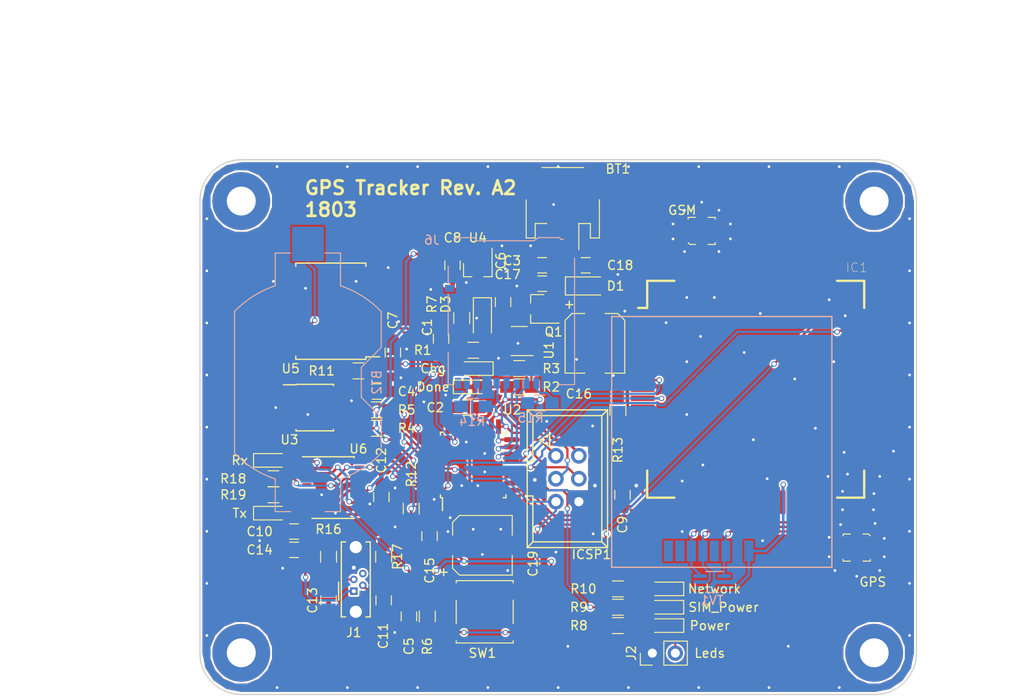
<source format=kicad_pcb>
(kicad_pcb (version 4) (host pcbnew 4.0.7)
  (layers (0 F.Cu signal) (31 B.Cu signal) (34 B.Paste user) (35 F.Paste user) (36 B.SilkS user) (37 F.SilkS user) (38 B.Mask user) (39 F.Mask user) (44 Edge.Cuts user))
  (net 0 "")
  (net 1 +BATT)
  (net 2 GND)
  (net 3 "Net-(BT2-Pad1)")
  (net 4 VBUS)
  (net 5 "Net-(C2-Pad1)")
  (net 6 +3V3)
  (net 7 /ARD_RST)
  (net 8 /DTR)
  (net 9 "Net-(C6-Pad1)")
  (net 10 /RTC_PWR)
  (net 11 "Net-(C9-Pad1)")
  (net 12 "Net-(C11-Pad1)")
  (net 13 "Net-(C13-Pad1)")
  (net 14 +2V8)
  (net 15 /SIM808_P)
  (net 16 "Net-(IC1-Pad9)")
  (net 17 /SIM808_RI)
  (net 18 "Net-(IC1-Pad11)")
  (net 19 "Net-(IC1-Pad12)")
  (net 20 "Net-(IC1-Pad13)")
  (net 21 /ARD_HRX)
  (net 22 /ARD_HTX)
  (net 23 "Net-(IC1-Pad19)")
  (net 24 "Net-(IC1-Pad20)")
  (net 25 "Net-(IC1-Pad21)")
  (net 26 "Net-(IC1-Pad22)")
  (net 27 "Net-(IC1-Pad23)")
  (net 28 "Net-(IC1-Pad24)")
  (net 29 "Net-(IC1-Pad25)")
  (net 30 "Net-(IC1-Pad26)")
  (net 31 "Net-(IC1-Pad27)")
  (net 32 +1V8)
  (net 33 /SIMDATA)
  (net 34 /SIMCLK)
  (net 35 /SIMRST)
  (net 36 "Net-(IC1-Pad33)")
  (net 37 "Net-(IC1-Pad37)")
  (net 38 "Net-(IC1-Pad38)")
  (net 39 "Net-(IC1-Pad39)")
  (net 40 "Net-(IC1-Pad41)")
  (net 41 "Net-(IC1-Pad42)")
  (net 42 "Net-(IC1-Pad43)")
  (net 43 "Net-(IC1-Pad44)")
  (net 44 "Net-(IC1-Pad45)")
  (net 45 "Net-(IC1-Pad46)")
  (net 46 "Net-(IC1-Pad47)")
  (net 47 "Net-(IC1-Pad48)")
  (net 48 /SIM808_S)
  (net 49 /NETWORK_LED)
  (net 50 "Net-(IC1-Pad53)")
  (net 51 "Net-(IC1-Pad55)")
  (net 52 "Net-(IC1-Pad56)")
  (net 53 "Net-(IC1-Pad57)")
  (net 54 "Net-(IC1-Pad58)")
  (net 55 "Net-(IC1-Pad59)")
  (net 56 "Net-(IC1-Pad60)")
  (net 57 "Net-(IC1-Pad61)")
  (net 58 "Net-(IC1-Pad62)")
  (net 59 "Net-(IC1-Pad63)")
  (net 60 /ARD_MISO)
  (net 61 /ARD_SCK)
  (net 62 /ARD_MOSI)
  (net 63 "Net-(J1-Pad4)")
  (net 64 "Net-(J2-Pad2)")
  (net 65 "Net-(J3-Pad6)")
  (net 66 "Net-(J6-Pad8)")
  (net 67 /ARD_IO10)
  (net 68 "Net-(J6-Pad1)")
  (net 69 "Net-(R1-Pad1)")
  (net 70 "Net-(R2-Pad2)")
  (net 71 /SDA)
  (net 72 /SCL)
  (net 73 /WAKE_UP)
  (net 74 "Net-(R16-Pad1)")
  (net 75 "Net-(R17-Pad2)")
  (net 76 "Net-(R18-Pad1)")
  (net 77 "Net-(R19-Pad1)")
  (net 78 "Net-(U2-Pad7)")
  (net 79 "Net-(U2-Pad8)")
  (net 80 "Net-(U2-Pad19)")
  (net 81 "Net-(U2-Pad22)")
  (net 82 "Net-(U2-Pad24)")
  (net 83 "Net-(U2-Pad25)")
  (net 84 "Net-(U2-Pad26)")
  (net 85 /ARD_RX)
  (net 86 /ARD_TX)
  (net 87 "Net-(U3-Pad7)")
  (net 88 "Net-(U5-Pad1)")
  (net 89 "Net-(U5-Pad4)")
  (net 90 "Net-(U6-Pad2)")
  (net 91 +3V3_FDTI)
  (net 92 "Net-(U6-Pad5)")
  (net 93 "Net-(U6-Pad7)")
  (net 94 "Net-(U6-Pad8)")
  (net 95 "Net-(U6-Pad18)")
  (net 96 "Net-(U6-Pad19)")
  (net 97 "Net-(LED1-Pad1)")
  (net 98 "Net-(LED2-Pad2)")
  (net 99 "Net-(LED3-Pad2)")
  (net 100 "Net-(LED4-Pad2)")
  (net 101 "Net-(LED5-Pad2)")
  (net 102 "Net-(U2-Pad2)")
  (net 103 "Net-(TV1-Pad4)")
  (net 104 +3.3VP)
  (net 105 /GPS)
  (net 106 /GSM)
  (net 107 /SIM_RST)
  (net 108 "Net-(J6-Pad9)")
  (net 109 "Net-(LED6-Pad1)")
  (net 110 "Net-(LED7-Pad1)")
  (module custom-conn:Via-0.6mm (layer F.Cu) (at 129.921 86.36)
    (fp_text reference VIA** hide)
    (fp_text value Via-0.6mm hide)
    (pad 1 thru_hole circle (at 0 0) (size 0.6 0.6) (drill 0.3) (layers *.Cu) (net 2 GND))
  )
  (module custom-conn:Via-0.6mm (layer F.Cu) (at 118.11 106.934)
    (fp_text reference VIA** hide)
    (fp_text value Via-0.6mm hide)
    (pad 1 thru_hole circle (at 0 0) (size 0.6 0.6) (drill 0.3) (layers *.Cu) (net 2 GND))
  )
  (module Housings_QFP:TQFP-32_7x7mm_Pitch0.8mm (layer F.Cu) (at 129.54 102.616 90)
    (fp_text reference U2 (at 6.096 4.318 180) (layer F.SilkS))
    (fp_text value ATMEGA328P-AU hide)
    (pad 1 smd rect (at -4.25 -2.8 90) (size 1.6 0.55) (layers F.Cu F.Paste F.Mask) (net 73 /WAKE_UP))
    (pad 2 smd rect (at -4.25 -2 90) (size 1.6 0.55) (layers F.Cu F.Paste F.Mask) (net 102 "Net-(U2-Pad2)"))
    (pad 3 smd rect (at -4.25 -1.2 90) (size 1.6 0.55) (layers F.Cu F.Paste F.Mask) (net 2 GND))
    (pad 4 smd rect (at -4.25 -0.4 90) (size 1.6 0.55) (layers F.Cu F.Paste F.Mask) (net 6 +3V3))
    (pad 5 smd rect (at -4.25 0.4 90) (size 1.6 0.55) (layers F.Cu F.Paste F.Mask) (net 2 GND))
    (pad 6 smd rect (at -4.25 1.2 90) (size 1.6 0.55) (layers F.Cu F.Paste F.Mask) (net 6 +3V3))
    (pad 7 smd rect (at -4.25 2 90) (size 1.6 0.55) (layers F.Cu F.Paste F.Mask) (net 78 "Net-(U2-Pad7)"))
    (pad 8 smd rect (at -4.25 2.8 90) (size 1.6 0.55) (layers F.Cu F.Paste F.Mask) (net 79 "Net-(U2-Pad8)"))
    (pad 9 smd rect (at -2.8 4.25 180) (size 1.6 0.55) (layers F.Cu F.Paste F.Mask) (net 107 /SIM_RST))
    (pad 10 smd rect (at -2 4.25 180) (size 1.6 0.55) (layers F.Cu F.Paste F.Mask) (net 22 /ARD_HTX))
    (pad 11 smd rect (at -1.2 4.25 180) (size 1.6 0.55) (layers F.Cu F.Paste F.Mask) (net 21 /ARD_HRX))
    (pad 12 smd rect (at -0.4 4.25 180) (size 1.6 0.55) (layers F.Cu F.Paste F.Mask) (net 48 /SIM808_S))
    (pad 13 smd rect (at 0.4 4.25 180) (size 1.6 0.55) (layers F.Cu F.Paste F.Mask) (net 15 /SIM808_P))
    (pad 14 smd rect (at 1.2 4.25 180) (size 1.6 0.55) (layers F.Cu F.Paste F.Mask) (net 67 /ARD_IO10))
    (pad 15 smd rect (at 2 4.25 180) (size 1.6 0.55) (layers F.Cu F.Paste F.Mask) (net 62 /ARD_MOSI))
    (pad 16 smd rect (at 2.8 4.25 180) (size 1.6 0.55) (layers F.Cu F.Paste F.Mask) (net 60 /ARD_MISO))
    (pad 17 smd rect (at 4.25 2.8 90) (size 1.6 0.55) (layers F.Cu F.Paste F.Mask) (net 61 /ARD_SCK))
    (pad 18 smd rect (at 4.25 2 90) (size 1.6 0.55) (layers F.Cu F.Paste F.Mask) (net 6 +3V3))
    (pad 19 smd rect (at 4.25 1.2 90) (size 1.6 0.55) (layers F.Cu F.Paste F.Mask) (net 80 "Net-(U2-Pad19)"))
    (pad 20 smd rect (at 4.25 0.4 90) (size 1.6 0.55) (layers F.Cu F.Paste F.Mask) (net 5 "Net-(C2-Pad1)"))
    (pad 21 smd rect (at 4.25 -0.4 90) (size 1.6 0.55) (layers F.Cu F.Paste F.Mask) (net 2 GND))
    (pad 22 smd rect (at 4.25 -1.2 90) (size 1.6 0.55) (layers F.Cu F.Paste F.Mask) (net 81 "Net-(U2-Pad22)"))
    (pad 23 smd rect (at 4.25 -2 90) (size 1.6 0.55) (layers F.Cu F.Paste F.Mask) (net 10 /RTC_PWR))
    (pad 24 smd rect (at 4.25 -2.8 90) (size 1.6 0.55) (layers F.Cu F.Paste F.Mask) (net 82 "Net-(U2-Pad24)"))
    (pad 25 smd rect (at 2.8 -4.25 180) (size 1.6 0.55) (layers F.Cu F.Paste F.Mask) (net 83 "Net-(U2-Pad25)"))
    (pad 26 smd rect (at 2 -4.25 180) (size 1.6 0.55) (layers F.Cu F.Paste F.Mask) (net 84 "Net-(U2-Pad26)"))
    (pad 27 smd rect (at 1.2 -4.25 180) (size 1.6 0.55) (layers F.Cu F.Paste F.Mask) (net 71 /SDA))
    (pad 28 smd rect (at 0.4 -4.25 180) (size 1.6 0.55) (layers F.Cu F.Paste F.Mask) (net 72 /SCL))
    (pad 29 smd rect (at -0.4 -4.25 180) (size 1.6 0.55) (layers F.Cu F.Paste F.Mask) (net 7 /ARD_RST))
    (pad 30 smd rect (at -1.2 -4.25 180) (size 1.6 0.55) (layers F.Cu F.Paste F.Mask) (net 85 /ARD_RX))
    (pad 31 smd rect (at -2 -4.25 180) (size 1.6 0.55) (layers F.Cu F.Paste F.Mask) (net 86 /ARD_TX))
    (pad 32 smd rect (at -2.8 -4.25 180) (size 1.6 0.55) (layers F.Cu F.Paste F.Mask) (net 17 /SIM808_RI))
  )
  (module custom-conn:Via-0.6mm (layer F.Cu) (at 125.222 106.426)
    (fp_text reference VIA** hide)
    (fp_text value Via-0.6mm hide)
    (pad 1 thru_hole circle (at 0 0) (size 0.6 0.6) (drill 0.3) (layers *.Cu) (net 2 GND))
  )
  (module custom-conn:Via-0.6mm (layer F.Cu) (at 170.387 107.569)
    (fp_text reference VIA** hide)
    (fp_text value Via-0.6mm hide)
    (pad 1 thru_hole circle (at 0 0) (size 0.6 0.6) (drill 0.3) (layers *.Cu) (net 2 GND))
  )
  (module custom-conn:Via-0.6mm (layer F.Cu) (at 173.816 107.569)
    (fp_text reference VIA** hide)
    (fp_text value Via-0.6mm hide)
    (pad 1 thru_hole circle (at 0 0) (size 0.6 0.6) (drill 0.3) (layers *.Cu) (net 2 GND))
  )
  (module custom-ic:QFN100P2400X2400X260-68N (layer F.Cu) (at 160.782 94.234)
    (fp_text reference IC1 (at 11.176 -13.462) (layer F.SilkS) (effects (font (size 1.00176 1.00176) (thickness 0.05))))
    (fp_text value SIM808 hide)
    (pad 1 smd rect (at -12.5 -8) (size 2.6 0.6) (layers F.Cu F.Paste F.Mask) (net 2 GND))
    (pad 2 smd rect (at -12.5 -7) (size 2.6 0.6) (layers F.Cu F.Paste F.Mask) (net 2 GND))
    (pad 3 smd rect (at -12.5 -6) (size 2.6 0.6) (layers F.Cu F.Paste F.Mask) (net 2 GND))
    (pad 4 smd rect (at -12.5 -5) (size 2.6 0.6) (layers F.Cu F.Paste F.Mask) (net 1 +BATT))
    (pad 5 smd rect (at -12.5 -4) (size 2.6 0.6) (layers F.Cu F.Paste F.Mask) (net 1 +BATT))
    (pad 6 smd rect (at -12.5 -3) (size 2.6 0.6) (layers F.Cu F.Paste F.Mask) (net 1 +BATT))
    (pad 7 smd rect (at -12.5 -2) (size 2.6 0.6) (layers F.Cu F.Paste F.Mask) (net 14 +2V8))
    (pad 8 smd rect (at -12.5 -1) (size 2.6 0.6) (layers F.Cu F.Paste F.Mask) (net 15 /SIM808_P))
    (pad 9 smd rect (at -12.5 0) (size 2.6 0.6) (layers F.Cu F.Paste F.Mask) (net 16 "Net-(IC1-Pad9)"))
    (pad 10 smd rect (at -12.5 1) (size 2.6 0.6) (layers F.Cu F.Paste F.Mask) (net 17 /SIM808_RI))
    (pad 11 smd rect (at -12.5 2) (size 2.6 0.6) (layers F.Cu F.Paste F.Mask) (net 18 "Net-(IC1-Pad11)"))
    (pad 12 smd rect (at -12.5 3) (size 2.6 0.6) (layers F.Cu F.Paste F.Mask) (net 19 "Net-(IC1-Pad12)"))
    (pad 13 smd rect (at -12.5 4) (size 2.6 0.6) (layers F.Cu F.Paste F.Mask) (net 20 "Net-(IC1-Pad13)"))
    (pad 14 smd rect (at -12.5 5) (size 2.6 0.6) (layers F.Cu F.Paste F.Mask) (net 21 /ARD_HRX))
    (pad 15 smd rect (at -12.5 6) (size 2.6 0.6) (layers F.Cu F.Paste F.Mask) (net 22 /ARD_HTX))
    (pad 16 smd rect (at -12.5 7) (size 2.6 0.6) (layers F.Cu F.Paste F.Mask) (net 107 /SIM_RST))
    (pad 17 smd rect (at -12.5 8) (size 2.6 0.6) (layers F.Cu F.Paste F.Mask) (net 11 "Net-(C9-Pad1)"))
    (pad 18 smd rect (at -8 12.5 90) (size 2.6 0.6) (layers F.Cu F.Paste F.Mask) (net 2 GND))
    (pad 19 smd rect (at -7 12.5 90) (size 2.6 0.6) (layers F.Cu F.Paste F.Mask) (net 23 "Net-(IC1-Pad19)"))
    (pad 20 smd rect (at -6 12.5 90) (size 2.6 0.6) (layers F.Cu F.Paste F.Mask) (net 24 "Net-(IC1-Pad20)"))
    (pad 21 smd rect (at -5 12.5 90) (size 2.6 0.6) (layers F.Cu F.Paste F.Mask) (net 25 "Net-(IC1-Pad21)"))
    (pad 22 smd rect (at -4 12.5 90) (size 2.6 0.6) (layers F.Cu F.Paste F.Mask) (net 26 "Net-(IC1-Pad22)"))
    (pad 23 smd rect (at -3 12.5 90) (size 2.6 0.6) (layers F.Cu F.Paste F.Mask) (net 27 "Net-(IC1-Pad23)"))
    (pad 24 smd rect (at -2 12.5 90) (size 2.6 0.6) (layers F.Cu F.Paste F.Mask) (net 28 "Net-(IC1-Pad24)"))
    (pad 25 smd rect (at -1 12.5 90) (size 2.6 0.6) (layers F.Cu F.Paste F.Mask) (net 29 "Net-(IC1-Pad25)"))
    (pad 26 smd rect (at 0 12.5 90) (size 2.6 0.6) (layers F.Cu F.Paste F.Mask) (net 30 "Net-(IC1-Pad26)"))
    (pad 27 smd rect (at 1 12.5 90) (size 2.6 0.6) (layers F.Cu F.Paste F.Mask) (net 31 "Net-(IC1-Pad27)"))
    (pad 28 smd rect (at 2 12.5 90) (size 2.6 0.6) (layers F.Cu F.Paste F.Mask) (net 2 GND))
    (pad 29 smd rect (at 3 12.5 90) (size 2.6 0.6) (layers F.Cu F.Paste F.Mask) (net 32 +1V8))
    (pad 30 smd rect (at 4 12.5 90) (size 2.6 0.6) (layers F.Cu F.Paste F.Mask) (net 33 /SIMDATA))
    (pad 31 smd rect (at 5 12.5 90) (size 2.6 0.6) (layers F.Cu F.Paste F.Mask) (net 34 /SIMCLK))
    (pad 32 smd rect (at 6 12.5 90) (size 2.6 0.6) (layers F.Cu F.Paste F.Mask) (net 35 /SIMRST))
    (pad 33 smd rect (at 7 12.5 90) (size 2.6 0.6) (layers F.Cu F.Paste F.Mask) (net 36 "Net-(IC1-Pad33)"))
    (pad 34 smd rect (at 8 12.5 90) (size 2.6 0.6) (layers F.Cu F.Paste F.Mask) (net 2 GND))
    (pad 35 smd rect (at 12.5 8 180) (size 2.6 0.6) (layers F.Cu F.Paste F.Mask) (net 105 /GPS))
    (pad 36 smd rect (at 12.5 7 180) (size 2.6 0.6) (layers F.Cu F.Paste F.Mask) (net 2 GND))
    (pad 37 smd rect (at 12.5 6 180) (size 2.6 0.6) (layers F.Cu F.Paste F.Mask) (net 37 "Net-(IC1-Pad37)"))
    (pad 38 smd rect (at 12.5 5 180) (size 2.6 0.6) (layers F.Cu F.Paste F.Mask) (net 38 "Net-(IC1-Pad38)"))
    (pad 39 smd rect (at 12.5 4 180) (size 2.6 0.6) (layers F.Cu F.Paste F.Mask) (net 39 "Net-(IC1-Pad39)"))
    (pad 40 smd rect (at 12.5 3 180) (size 2.6 0.6) (layers F.Cu F.Paste F.Mask) (net 2 GND))
    (pad 41 smd rect (at 12.5 2 180) (size 2.6 0.6) (layers F.Cu F.Paste F.Mask) (net 40 "Net-(IC1-Pad41)"))
    (pad 42 smd rect (at 12.5 1 180) (size 2.6 0.6) (layers F.Cu F.Paste F.Mask) (net 41 "Net-(IC1-Pad42)"))
    (pad 43 smd rect (at 12.5 0 180) (size 2.6 0.6) (layers F.Cu F.Paste F.Mask) (net 42 "Net-(IC1-Pad43)"))
    (pad 44 smd rect (at 12.5 -1 180) (size 2.6 0.6) (layers F.Cu F.Paste F.Mask) (net 43 "Net-(IC1-Pad44)"))
    (pad 45 smd rect (at 12.5 -2 180) (size 2.6 0.6) (layers F.Cu F.Paste F.Mask) (net 44 "Net-(IC1-Pad45)"))
    (pad 46 smd rect (at 12.5 -3 180) (size 2.6 0.6) (layers F.Cu F.Paste F.Mask) (net 45 "Net-(IC1-Pad46)"))
    (pad 47 smd rect (at 12.5 -4 180) (size 2.6 0.6) (layers F.Cu F.Paste F.Mask) (net 46 "Net-(IC1-Pad47)"))
    (pad 48 smd rect (at 12.5 -5 180) (size 2.6 0.6) (layers F.Cu F.Paste F.Mask) (net 47 "Net-(IC1-Pad48)"))
    (pad 49 smd rect (at 12.5 -6 180) (size 2.6 0.6) (layers F.Cu F.Paste F.Mask) (net 48 /SIM808_S))
    (pad 50 smd rect (at 12.5 -7 180) (size 2.6 0.6) (layers F.Cu F.Paste F.Mask) (net 49 /NETWORK_LED))
    (pad 51 smd rect (at 12.5 -8 180) (size 2.6 0.6) (layers F.Cu F.Paste F.Mask) (net 2 GND))
    (pad 52 smd rect (at 8 -12.5 270) (size 2.6 0.6) (layers F.Cu F.Paste F.Mask) (net 2 GND))
    (pad 53 smd rect (at 7 -12.5 270) (size 2.6 0.6) (layers F.Cu F.Paste F.Mask) (net 50 "Net-(IC1-Pad53)"))
    (pad 54 smd rect (at 6 -12.5 270) (size 2.6 0.6) (layers F.Cu F.Paste F.Mask) (net 2 GND))
    (pad 55 smd rect (at 5 -12.5 270) (size 2.6 0.6) (layers F.Cu F.Paste F.Mask) (net 51 "Net-(IC1-Pad55)"))
    (pad 56 smd rect (at 4 -12.5 270) (size 2.6 0.6) (layers F.Cu F.Paste F.Mask) (net 52 "Net-(IC1-Pad56)"))
    (pad 57 smd rect (at 3 -12.5 270) (size 2.6 0.6) (layers F.Cu F.Paste F.Mask) (net 53 "Net-(IC1-Pad57)"))
    (pad 58 smd rect (at 2 -12.5 270) (size 2.6 0.6) (layers F.Cu F.Paste F.Mask) (net 54 "Net-(IC1-Pad58)"))
    (pad 59 smd rect (at 1 -12.5 270) (size 2.6 0.6) (layers F.Cu F.Paste F.Mask) (net 55 "Net-(IC1-Pad59)"))
    (pad 60 smd rect (at 0 -12.5 270) (size 2.6 0.6) (layers F.Cu F.Paste F.Mask) (net 56 "Net-(IC1-Pad60)"))
    (pad 61 smd rect (at -1 -12.5 270) (size 2.6 0.6) (layers F.Cu F.Paste F.Mask) (net 57 "Net-(IC1-Pad61)"))
    (pad 62 smd rect (at -2 -12.5 270) (size 2.6 0.6) (layers F.Cu F.Paste F.Mask) (net 58 "Net-(IC1-Pad62)"))
    (pad 63 smd rect (at -3 -12.5 270) (size 2.6 0.6) (layers F.Cu F.Paste F.Mask) (net 59 "Net-(IC1-Pad63)"))
    (pad 64 smd rect (at -4 -12.5 270) (size 2.6 0.6) (layers F.Cu F.Paste F.Mask) (net 2 GND))
    (pad 65 smd rect (at -5 -12.5 270) (size 2.6 0.6) (layers F.Cu F.Paste F.Mask) (net 2 GND))
    (pad 66 smd rect (at -6 -12.5 270) (size 2.6 0.6) (layers F.Cu F.Paste F.Mask) (net 106 /GSM))
    (pad 67 smd rect (at -7 -12.5 270) (size 2.6 0.6) (layers F.Cu F.Paste F.Mask) (net 2 GND))
    (pad 68 smd rect (at -8 -12.5 270) (size 2.6 0.6) (layers F.Cu F.Paste F.Mask) (net 2 GND))
  )
  (module custom-conn:Via-0.6mm (layer F.Cu) (at 142.748 98.298)
    (fp_text reference VIA** hide)
    (fp_text value Via-0.6mm hide)
    (pad 1 thru_hole circle (at 0 0) (size 0.6 0.6) (drill 0.3) (layers *.Cu) (net 2 GND))
  )
  (module custom-conn:Via-0.6mm (layer F.Cu) (at 130.81 101.346)
    (fp_text reference VIA** hide)
    (fp_text value Via-0.6mm hide)
    (pad 1 thru_hole circle (at 0 0) (size 0.6 0.6) (drill 0.3) (layers *.Cu) (net 2 GND))
  )
  (module custom-conn:Via-0.6mm (layer F.Cu) (at 130.81 103.378)
    (fp_text reference VIA** hide)
    (fp_text value Via-0.6mm hide)
    (pad 1 thru_hole circle (at 0 0) (size 0.6 0.6) (drill 0.3) (layers *.Cu) (net 2 GND))
  )
  (module custom-conn:Via-0.6mm (layer F.Cu) (at 142.7988 110.236)
    (fp_text reference VIA** hide)
    (fp_text value Via-0.6mm hide)
    (pad 1 thru_hole circle (at 0 0) (size 0.6 0.6) (drill 0.3) (layers *.Cu) (net 2 GND))
  )
  (module custom-conn:Via-0.6mm (layer F.Cu) (at 138.684 112.268)
    (fp_text reference VIA** hide)
    (fp_text value Via-0.6mm hide)
    (pad 1 thru_hole circle (at 0 0) (size 0.6 0.6) (drill 0.3) (layers *.Cu) (net 2 GND))
  )
  (module custom-conn:Via-0.6mm (layer F.Cu) (at 132.334 90.805)
    (fp_text reference VIA** hide)
    (fp_text value Via-0.6mm hide)
    (pad 1 thru_hole circle (at 0 0) (size 0.6 0.6) (drill 0.3) (layers *.Cu) (net 2 GND))
  )
  (module custom-conn:Via-0.6mm (layer F.Cu) (at 133.096 80.899)
    (fp_text reference VIA** hide)
    (fp_text value Via-0.6mm hide)
    (pad 1 thru_hole circle (at 0 0) (size 0.6 0.6) (drill 0.3) (layers *.Cu) (net 2 GND))
  )
  (module custom-conn:Via-0.6mm (layer F.Cu) (at 124.46 88.138)
    (fp_text reference VIA** hide)
    (fp_text value Via-0.6mm hide)
    (pad 1 thru_hole circle (at 0 0) (size 0.6 0.6) (drill 0.3) (layers *.Cu) (net 2 GND))
  )
  (module custom-conn:Via-0.6mm (layer F.Cu) (at 137.668 97.79)
    (fp_text reference VIA** hide)
    (fp_text value Via-0.6mm hide)
    (pad 1 thru_hole circle (at 0 0) (size 0.6 0.6) (drill 0.3) (layers *.Cu) (net 2 GND))
  )
  (module custom-conn:Via-0.6mm (layer F.Cu) (at 128.778 82.423)
    (fp_text reference VIA** hide)
    (fp_text value Via-0.6mm hide)
    (pad 1 thru_hole circle (at 0 0) (size 0.6 0.6) (drill 0.3) (layers *.Cu) (net 2 GND))
  )
  (module custom-conn:Via-0.6mm (layer F.Cu) (at 132.715 78.359)
    (fp_text reference VIA** hide)
    (fp_text value Via-0.6mm hide)
    (pad 1 thru_hole circle (at 0 0) (size 0.6 0.6) (drill 0.3) (layers *.Cu) (net 2 GND))
  )
  (module custom-conn:Via-0.6mm (layer F.Cu) (at 162.052 104.14)
    (fp_text reference VIA** hide)
    (fp_text value Via-0.6mm hide)
    (pad 1 thru_hole circle (at 0 0) (size 0.6 0.6) (drill 0.3) (layers *.Cu) (net 2 GND))
  )
  (module custom-conn:Via-0.6mm (layer F.Cu) (at 161.544 110.998)
    (fp_text reference VIA** hide)
    (fp_text value Via-0.6mm hide)
    (pad 1 thru_hole circle (at 0 0) (size 0.6 0.6) (drill 0.3) (layers *.Cu) (net 2 GND))
  )
  (module acronet:47553-0001 (layer B.Cu) (at 151.13 91.44 90)
    (fp_text reference J3 hide)
    (fp_text value 47553-0001 hide)
    (pad 3 smd rect (at -20.7 3.81 90) (size 2.3 1) (layers B.Cu B.Paste B.Mask) (net 34 /SIMCLK))
    (pad CD1 smd rect (at -20.7 1.27 90) (size 2.3 1) (layers B.Cu B.Paste B.Mask))
    (pad CD2 smd rect (at -20.7 0 90) (size 2.3 1) (layers B.Cu B.Paste B.Mask))
    (pad 2 smd rect (at -20.7 6.35 90) (size 2.3 1) (layers B.Cu B.Paste B.Mask) (net 35 /SIMRST))
    (pad 1 smd rect (at -20.7 8.89 90) (size 2.3 1) (layers B.Cu B.Paste B.Mask) (net 32 +1V8))
    (pad 7 smd rect (at -20.7 2.54 90) (size 2.3 1) (layers B.Cu B.Paste B.Mask) (net 33 /SIMDATA))
    (pad 5 smd rect (at -20.7 7.62 90) (size 2.3 1) (layers B.Cu B.Paste B.Mask) (net 2 GND))
    (pad 6 smd rect (at -20.7 5.08 90) (size 2.3 1) (layers B.Cu B.Paste B.Mask) (net 65 "Net-(J3-Pad6)"))
    (pad GND1 smd rect (at 0 16.18 90) (size 2.95 1.5) (layers B.Cu B.Paste B.Mask) (net 2 GND))
    (pad GND2 smd rect (at 0 -4.37 90) (size 2.95 1.5) (layers B.Cu B.Paste B.Mask) (net 2 GND))
  )
  (module custom-conn:Via-0.6mm (layer F.Cu) (at 176.022 101.092)
    (fp_text reference VIA** hide)
    (fp_text value Via-0.6mm hide)
    (pad 1 thru_hole circle (at 0 0) (size 0.6 0.6) (drill 0.3) (layers *.Cu) (net 2 GND))
  )
  (module custom-conn:Via-0.6mm (layer F.Cu) (at 164.3888 122.682)
    (fp_text reference VIA** hide)
    (fp_text value Via-0.6mm hide)
    (pad 1 thru_hole circle (at 0 0) (size 0.6 0.6) (drill 0.3) (layers *.Cu) (net 2 GND))
  )
  (module custom-conn:Via-0.6mm (layer F.Cu) (at 140.0048 122.682)
    (fp_text reference VIA** hide)
    (fp_text value Via-0.6mm hide)
    (pad 1 thru_hole circle (at 0 0) (size 0.6 0.6) (drill 0.3) (layers *.Cu) (net 2 GND))
  )
  (module custom-conn:Via-0.6mm (layer F.Cu) (at 120.857 121.158)
    (fp_text reference VIA** hide)
    (fp_text value Via-0.6mm hide)
    (pad 1 thru_hole circle (at 0 0) (size 0.6 0.6) (drill 0.3) (layers *.Cu) (net 2 GND))
  )
  (module custom-conn:Via-0.6mm (layer F.Cu) (at 114.3 107.95)
    (fp_text reference VIA** hide)
    (fp_text value Via-0.6mm hide)
    (pad 1 thru_hole circle (at 0 0) (size 0.6 0.6) (drill 0.3) (layers *.Cu) (net 2 GND))
  )
  (module Capacitors_SMD:C_0805_HandSoldering (layer F.Cu) (at 120.65 90.17 90)
    (fp_text reference C7 (at 3.556 0 90) (layer F.SilkS))
    (fp_text value 0.1uF hide)
    (pad 1 smd rect (at -1.25 0 90) (size 1.5 1.25) (layers F.Cu F.Paste F.Mask) (net 10 /RTC_PWR))
    (pad 2 smd rect (at 1.25 0 90) (size 1.5 1.25) (layers F.Cu F.Paste F.Mask) (net 2 GND))
  )
  (module custom-conn:Via-0.6mm (layer F.Cu) (at 175.006 112.776)
    (fp_text reference VIA** hide)
    (fp_text value Via-0.6mm hide)
    (pad 1 thru_hole circle (at 0 0) (size 0.6 0.6) (drill 0.3) (layers *.Cu) (net 2 GND))
  )
  (module custom-conn:Via-0.6mm (layer F.Cu) (at 177.8 121.4882)
    (fp_text reference VIA** hide)
    (fp_text value Via-0.6mm hide)
    (pad 1 thru_hole circle (at 0 0) (size 0.6 0.6) (drill 0.3) (layers *.Cu) (net 2 GND))
  )
  (module custom-conn:Via-0.6mm (layer F.Cu) (at 177.8 115.7224)
    (fp_text reference VIA** hide)
    (fp_text value Via-0.6mm hide)
    (pad 1 thru_hole circle (at 0 0) (size 0.6 0.6) (drill 0.3) (layers *.Cu) (net 2 GND))
  )
  (module custom-conn:Via-0.6mm (layer F.Cu) (at 177.8 109.9566)
    (fp_text reference VIA** hide)
    (fp_text value Via-0.6mm hide)
    (pad 1 thru_hole circle (at 0 0) (size 0.6 0.6) (drill 0.3) (layers *.Cu) (net 2 GND))
  )
  (module custom-conn:Via-0.6mm (layer F.Cu) (at 177.8 104.1908)
    (fp_text reference VIA** hide)
    (fp_text value Via-0.6mm hide)
    (pad 1 thru_hole circle (at 0 0) (size 0.6 0.6) (drill 0.3) (layers *.Cu) (net 2 GND))
  )
  (module custom-conn:Via-0.6mm (layer F.Cu) (at 177.8 98.425)
    (fp_text reference VIA** hide)
    (fp_text value Via-0.6mm hide)
    (pad 1 thru_hole circle (at 0 0) (size 0.6 0.6) (drill 0.3) (layers *.Cu) (net 2 GND))
  )
  (module custom-conn:Via-0.6mm (layer F.Cu) (at 177.8 92.6592)
    (fp_text reference VIA** hide)
    (fp_text value Via-0.6mm hide)
    (pad 1 thru_hole circle (at 0 0) (size 0.6 0.6) (drill 0.3) (layers *.Cu) (net 2 GND))
  )
  (module custom-conn:Via-0.6mm (layer F.Cu) (at 177.8 86.8934)
    (fp_text reference VIA** hide)
    (fp_text value Via-0.6mm hide)
    (pad 1 thru_hole circle (at 0 0) (size 0.6 0.6) (drill 0.3) (layers *.Cu) (net 2 GND))
  )
  (module custom-conn:Via-0.6mm (layer F.Cu) (at 177.8 81.1276)
    (fp_text reference VIA** hide)
    (fp_text value Via-0.6mm hide)
    (pad 1 thru_hole circle (at 0 0) (size 0.6 0.6) (drill 0.3) (layers *.Cu) (net 2 GND))
  )
  (module custom-conn:Via-0.6mm (layer F.Cu) (at 177.8 75.3618)
    (fp_text reference VIA** hide)
    (fp_text value Via-0.6mm hide)
    (pad 1 thru_hole circle (at 0 0) (size 0.6 0.6) (drill 0.3) (layers *.Cu) (net 2 GND))
  )
  (module custom-conn:Via-0.6mm (layer F.Cu) (at 170.0276 127.254)
    (fp_text reference VIA** hide)
    (fp_text value Via-0.6mm hide)
    (pad 1 thru_hole circle (at 0 0) (size 0.6 0.6) (drill 0.3) (layers *.Cu) (net 2 GND))
  )
  (module custom-conn:Via-0.6mm (layer F.Cu) (at 162.2552 127.254)
    (fp_text reference VIA** hide)
    (fp_text value Via-0.6mm hide)
    (pad 1 thru_hole circle (at 0 0) (size 0.6 0.6) (drill 0.3) (layers *.Cu) (net 2 GND))
  )
  (module custom-conn:Via-0.6mm (layer F.Cu) (at 154.4828 127.254)
    (fp_text reference VIA** hide)
    (fp_text value Via-0.6mm hide)
    (pad 1 thru_hole circle (at 0 0) (size 0.6 0.6) (drill 0.3) (layers *.Cu) (net 2 GND))
  )
  (module custom-conn:Via-0.6mm (layer F.Cu) (at 146.7104 127.254)
    (fp_text reference VIA** hide)
    (fp_text value Via-0.6mm hide)
    (pad 1 thru_hole circle (at 0 0) (size 0.6 0.6) (drill 0.3) (layers *.Cu) (net 2 GND))
  )
  (module custom-conn:Via-0.6mm (layer F.Cu) (at 138.938 127.254)
    (fp_text reference VIA** hide)
    (fp_text value Via-0.6mm hide)
    (pad 1 thru_hole circle (at 0 0) (size 0.6 0.6) (drill 0.3) (layers *.Cu) (net 2 GND))
  )
  (module custom-conn:Via-0.6mm (layer F.Cu) (at 131.1656 127.254)
    (fp_text reference VIA** hide)
    (fp_text value Via-0.6mm hide)
    (pad 1 thru_hole circle (at 0 0) (size 0.6 0.6) (drill 0.3) (layers *.Cu) (net 2 GND))
  )
  (module custom-conn:Via-0.6mm (layer F.Cu) (at 123.3932 127.254)
    (fp_text reference VIA** hide)
    (fp_text value Via-0.6mm hide)
    (pad 1 thru_hole circle (at 0 0) (size 0.6 0.6) (drill 0.3) (layers *.Cu) (net 2 GND))
  )
  (module custom-conn:Via-0.6mm (layer F.Cu) (at 115.6208 127.254)
    (fp_text reference VIA** hide)
    (fp_text value Via-0.6mm hide)
    (pad 1 thru_hole circle (at 0 0) (size 0.6 0.6) (drill 0.3) (layers *.Cu) (net 2 GND))
  )
  (module custom-conn:Via-0.6mm (layer F.Cu) (at 107.8484 127.254)
    (fp_text reference VIA** hide)
    (fp_text value Via-0.6mm hide)
    (pad 1 thru_hole circle (at 0 0) (size 0.6 0.6) (drill 0.3) (layers *.Cu) (net 2 GND))
  )
  (module custom-conn:Via-0.6mm (layer F.Cu) (at 100.076 121.4882)
    (fp_text reference VIA** hide)
    (fp_text value Via-0.6mm hide)
    (pad 1 thru_hole circle (at 0 0) (size 0.6 0.6) (drill 0.3) (layers *.Cu) (net 2 GND))
  )
  (module custom-conn:Via-0.6mm (layer F.Cu) (at 100.076 115.7224)
    (fp_text reference VIA** hide)
    (fp_text value Via-0.6mm hide)
    (pad 1 thru_hole circle (at 0 0) (size 0.6 0.6) (drill 0.3) (layers *.Cu) (net 2 GND))
  )
  (module custom-conn:Via-0.6mm (layer F.Cu) (at 100.076 109.9566)
    (fp_text reference VIA** hide)
    (fp_text value Via-0.6mm hide)
    (pad 1 thru_hole circle (at 0 0) (size 0.6 0.6) (drill 0.3) (layers *.Cu) (net 2 GND))
  )
  (module custom-conn:Via-0.6mm (layer F.Cu) (at 100.076 104.1908)
    (fp_text reference VIA** hide)
    (fp_text value Via-0.6mm hide)
    (pad 1 thru_hole circle (at 0 0) (size 0.6 0.6) (drill 0.3) (layers *.Cu) (net 2 GND))
  )
  (module custom-conn:Via-0.6mm (layer F.Cu) (at 100.076 98.425)
    (fp_text reference VIA** hide)
    (fp_text value Via-0.6mm hide)
    (pad 1 thru_hole circle (at 0 0) (size 0.6 0.6) (drill 0.3) (layers *.Cu) (net 2 GND))
  )
  (module custom-conn:Via-0.6mm (layer F.Cu) (at 100.076 92.6592)
    (fp_text reference VIA** hide)
    (fp_text value Via-0.6mm hide)
    (pad 1 thru_hole circle (at 0 0) (size 0.6 0.6) (drill 0.3) (layers *.Cu) (net 2 GND))
  )
  (module custom-conn:Via-0.6mm (layer F.Cu) (at 100.076 86.8934)
    (fp_text reference VIA** hide)
    (fp_text value Via-0.6mm hide)
    (pad 1 thru_hole circle (at 0 0) (size 0.6 0.6) (drill 0.3) (layers *.Cu) (net 2 GND))
  )
  (module custom-conn:Via-0.6mm (layer F.Cu) (at 100.076 81.1276)
    (fp_text reference VIA** hide)
    (fp_text value Via-0.6mm hide)
    (pad 1 thru_hole circle (at 0 0) (size 0.6 0.6) (drill 0.3) (layers *.Cu) (net 2 GND))
  )
  (module custom-conn:Via-0.6mm (layer F.Cu) (at 100.076 75.3618)
    (fp_text reference VIA** hide)
    (fp_text value Via-0.6mm hide)
    (pad 1 thru_hole circle (at 0 0) (size 0.6 0.6) (drill 0.3) (layers *.Cu) (net 2 GND))
  )
  (module custom-conn:Via-0.6mm (layer F.Cu) (at 170.0276 69.596)
    (fp_text reference VIA** hide)
    (fp_text value Via-0.6mm hide)
    (pad 1 thru_hole circle (at 0 0) (size 0.6 0.6) (drill 0.3) (layers *.Cu) (net 2 GND))
  )
  (module custom-conn:Via-0.6mm (layer F.Cu) (at 162.2552 69.596)
    (fp_text reference VIA** hide)
    (fp_text value Via-0.6mm hide)
    (pad 1 thru_hole circle (at 0 0) (size 0.6 0.6) (drill 0.3) (layers *.Cu) (net 2 GND))
  )
  (module custom-conn:Via-0.6mm (layer F.Cu) (at 154.4828 69.596)
    (fp_text reference VIA** hide)
    (fp_text value Via-0.6mm hide)
    (pad 1 thru_hole circle (at 0 0) (size 0.6 0.6) (drill 0.3) (layers *.Cu) (net 2 GND))
  )
  (module custom-conn:Via-0.6mm (layer F.Cu) (at 146.7104 69.596)
    (fp_text reference VIA** hide)
    (fp_text value Via-0.6mm hide)
    (pad 1 thru_hole circle (at 0 0) (size 0.6 0.6) (drill 0.3) (layers *.Cu) (net 2 GND))
  )
  (module custom-conn:Via-0.6mm (layer F.Cu) (at 138.938 69.596)
    (fp_text reference VIA** hide)
    (fp_text value Via-0.6mm hide)
    (pad 1 thru_hole circle (at 0 0) (size 0.6 0.6) (drill 0.3) (layers *.Cu) (net 2 GND))
  )
  (module custom-conn:Via-0.6mm (layer F.Cu) (at 131.1656 69.596)
    (fp_text reference VIA** hide)
    (fp_text value Via-0.6mm hide)
    (pad 1 thru_hole circle (at 0 0) (size 0.6 0.6) (drill 0.3) (layers *.Cu) (net 2 GND))
  )
  (module custom-conn:Via-0.6mm (layer F.Cu) (at 123.3932 69.596)
    (fp_text reference VIA** hide)
    (fp_text value Via-0.6mm hide)
    (pad 1 thru_hole circle (at 0 0) (size 0.6 0.6) (drill 0.3) (layers *.Cu) (net 2 GND))
  )
  (module custom-conn:Via-0.6mm (layer F.Cu) (at 115.6208 69.596)
    (fp_text reference VIA** hide)
    (fp_text value Via-0.6mm hide)
    (pad 1 thru_hole circle (at 0 0) (size 0.6 0.6) (drill 0.3) (layers *.Cu) (net 2 GND))
  )
  (module custom-conn:Via-0.6mm (layer F.Cu) (at 107.8484 69.596)
    (fp_text reference VIA** hide)
    (fp_text value Via-0.6mm hide)
    (pad 1 thru_hole circle (at 0 0) (size 0.6 0.6) (drill 0.3) (layers *.Cu) (net 2 GND))
  )
  (module Mounting_Holes:MountingHole_3.2mm_M3_Pad (layer F.Cu) (at 173.886 123.406)
    (fp_text reference REF** hide)
    (fp_text value MountingHole_3.2mm_M3_Pad hide)
    (pad 1 thru_hole circle (at 0 0) (size 6.4 6.4) (drill 3.2) (layers *.Cu *.Mask))
  )
  (module Mounting_Holes:MountingHole_3.2mm_M3_Pad (layer F.Cu) (at 103.886 123.406)
    (fp_text reference REF** hide)
    (fp_text value MountingHole_3.2mm_M3_Pad hide)
    (pad 1 thru_hole circle (at 0 0) (size 6.4 6.4) (drill 3.2) (layers *.Cu *.Mask))
  )
  (module Mounting_Holes:MountingHole_3.2mm_M3_Pad (layer F.Cu) (at 173.886 73.406)
    (fp_text reference REF** hide)
    (fp_text value MountingHole_3.2mm_M3_Pad hide)
    (pad 1 thru_hole circle (at 0 0) (size 6.4 6.4) (drill 3.2) (layers *.Cu *.Mask))
  )
  (module Mounting_Holes:MountingHole_3.2mm_M3_Pad (layer F.Cu) (at 103.886 73.406)
    (fp_text reference REF** hide)
    (fp_text value MountingHole_3.2mm_M3_Pad hide)
    (pad 1 thru_hole circle (at 0 0) (size 6.4 6.4) (drill 3.2) (layers *.Cu *.Mask))
  )
  (module custom-conn:Via-0.6mm (layer F.Cu) (at 134.493 89.154)
    (fp_text reference VIA** hide)
    (fp_text value Via-0.6mm hide)
    (pad 1 thru_hole circle (at 0 0) (size 0.6 0.6) (drill 0.3) (layers *.Cu) (net 2 GND))
  )
  (module custom-conn:Via-0.6mm (layer F.Cu) (at 121.539 92.964)
    (fp_text reference VIA** hide)
    (fp_text value Via-0.6mm hide)
    (pad 1 thru_hole circle (at 0 0) (size 0.6 0.6) (drill 0.3) (layers *.Cu) (net 2 GND))
  )
  (module custom-conn:Via-0.6mm (layer F.Cu) (at 124.079 95.631)
    (fp_text reference VIA** hide)
    (fp_text value Via-0.6mm hide)
    (pad 1 thru_hole circle (at 0 0) (size 0.6 0.6) (drill 0.3) (layers *.Cu) (net 2 GND))
  )
  (module custom-conn:Via-0.6mm (layer F.Cu) (at 121.285 86.741)
    (fp_text reference VIA** hide)
    (fp_text value Via-0.6mm hide)
    (pad 1 thru_hole circle (at 0 0) (size 0.6 0.6) (drill 0.3) (layers *.Cu) (net 2 GND))
  )
  (module custom-conn:Via-0.6mm (layer F.Cu) (at 122.174 89.789)
    (fp_text reference VIA** hide)
    (fp_text value Via-0.6mm hide)
    (pad 1 thru_hole circle (at 0 0) (size 0.6 0.6) (drill 0.3) (layers *.Cu) (net 2 GND))
  )
  (module custom-conn:Via-0.6mm (layer F.Cu) (at 126.492 94.869)
    (fp_text reference VIA** hide)
    (fp_text value Via-0.6mm hide)
    (pad 1 thru_hole circle (at 0 0) (size 0.6 0.6) (drill 0.3) (layers *.Cu) (net 2 GND))
  )
  (module custom-conn:Via-0.6mm (layer F.Cu) (at 116.078 95.504)
    (fp_text reference VIA** hide)
    (fp_text value Via-0.6mm hide)
    (pad 1 thru_hole circle (at 0 0) (size 0.6 0.6) (drill 0.3) (layers *.Cu) (net 2 GND))
  )
  (module custom-conn:Via-0.6mm (layer F.Cu) (at 126.746 109.982)
    (fp_text reference VIA** hide)
    (fp_text value Via-0.6mm hide)
    (pad 1 thru_hole circle (at 0 0) (size 0.6 0.6) (drill 0.3) (layers *.Cu) (net 2 GND))
  )
  (module custom-conn:Via-0.6mm (layer F.Cu) (at 154.94 102.616)
    (fp_text reference VIA** hide)
    (fp_text value Via-0.6mm hide)
    (pad 1 thru_hole circle (at 0 0) (size 0.6 0.6) (drill 0.3) (layers *.Cu) (net 2 GND))
  )
  (module custom-conn:Via-0.6mm (layer F.Cu) (at 169.418 91.186)
    (fp_text reference VIA** hide)
    (fp_text value Via-0.6mm hide)
    (pad 1 thru_hole circle (at 0 0) (size 0.6 0.6) (drill 0.3) (layers *.Cu) (net 2 GND))
  )
  (module custom-conn:Via-0.6mm (layer F.Cu) (at 153.162 91.186)
    (fp_text reference VIA** hide)
    (fp_text value Via-0.6mm hide)
    (pad 1 thru_hole circle (at 0 0) (size 0.6 0.6) (drill 0.3) (layers *.Cu) (net 2 GND))
  )
  (module custom-conn:Via-0.6mm (layer F.Cu) (at 154.686 88.392)
    (fp_text reference VIA** hide)
    (fp_text value Via-0.6mm hide)
    (pad 1 thru_hole circle (at 0 0) (size 0.6 0.6) (drill 0.3) (layers *.Cu) (net 2 GND))
  )
  (module custom-conn:Via-0.6mm (layer F.Cu) (at 161.29 85.852)
    (fp_text reference VIA** hide)
    (fp_text value Via-0.6mm hide)
    (pad 1 thru_hole circle (at 0 0) (size 0.6 0.6) (drill 0.3) (layers *.Cu) (net 2 GND))
  )
  (module custom-conn:Via-0.6mm (layer F.Cu) (at 167.386 98.552)
    (fp_text reference VIA** hide)
    (fp_text value Via-0.6mm hide)
    (pad 1 thru_hole circle (at 0 0) (size 0.6 0.6) (drill 0.3) (layers *.Cu) (net 2 GND))
  )
  (module custom-conn:Via-0.6mm (layer F.Cu) (at 159.512 90.17)
    (fp_text reference VIA** hide)
    (fp_text value Via-0.6mm hide)
    (pad 1 thru_hole circle (at 0 0) (size 0.6 0.6) (drill 0.3) (layers *.Cu) (net 2 GND))
  )
  (module custom-conn:Via-0.6mm (layer F.Cu) (at 153.162 97.028)
    (fp_text reference VIA** hide)
    (fp_text value Via-0.6mm hide)
    (pad 1 thru_hole circle (at 0 0) (size 0.6 0.6) (drill 0.3) (layers *.Cu) (net 2 GND))
  )
  (module custom-conn:Via-0.6mm (layer F.Cu) (at 165.1 93.091)
    (fp_text reference VIA** hide)
    (fp_text value Via-0.6mm hide)
    (pad 1 thru_hole circle (at 0 0) (size 0.6 0.6) (drill 0.3) (layers *.Cu) (net 2 GND))
  )
  (module custom-conn:Via-0.6mm (layer F.Cu) (at 160.528 99.822)
    (fp_text reference VIA** hide)
    (fp_text value Via-0.6mm hide)
    (pad 1 thru_hole circle (at 0 0) (size 0.6 0.6) (drill 0.3) (layers *.Cu) (net 2 GND))
  )
  (module custom-conn:Via-0.6mm (layer F.Cu) (at 157.988 77.597)
    (fp_text reference VIA** hide)
    (fp_text value Via-0.6mm hide)
    (pad 1 thru_hole circle (at 0 0) (size 0.6 0.6) (drill 0.3) (layers *.Cu) (net 2 GND))
  )
  (module custom-conn:Via-0.6mm (layer F.Cu) (at 151.638 77.597)
    (fp_text reference VIA** hide)
    (fp_text value Via-0.6mm hide)
    (pad 1 thru_hole circle (at 0 0) (size 0.6 0.6) (drill 0.3) (layers *.Cu) (net 2 GND))
  )
  (module Connectors_Molex:Molex_Microcoaxial_RF (layer F.Cu) (at 171.958 111.76 180)
    (fp_text reference J4 hide)
    (fp_text value CONN_COAXIAL hide)
    (pad 2 smd rect (at -1.475 0 180) (size 1.05 2.2) (layers F.Cu F.Paste F.Mask) (net 2 GND))
    (pad 2 smd rect (at 1.475 0 180) (size 1.05 2.2) (layers F.Cu F.Paste F.Mask) (net 2 GND))
    (pad 2 smd rect (at 0 -1.5 180) (size 1 1) (layers F.Cu F.Paste F.Mask) (net 2 GND))
    (pad 1 smd rect (at 0 1.5 180) (size 1 1) (layers F.Cu F.Paste F.Mask) (net 105 /GPS))
  )
  (module custom-conn:Via-0.6mm (layer F.Cu) (at 175.006 110.744)
    (fp_text reference VIA** hide)
    (fp_text value Via-0.6mm hide)
    (pad 1 thru_hole circle (at 0 0) (size 0.6 0.6) (drill 0.3) (layers *.Cu) (net 2 GND))
  )
  (module custom-conn:Via-0.6mm (layer F.Cu) (at 173.863 105.791)
    (fp_text reference VIA** hide)
    (fp_text value Via-0.6mm hide)
    (pad 1 thru_hole circle (at 0 0) (size 0.6 0.6) (drill 0.3) (layers *.Cu) (net 2 GND))
  )
  (module custom-conn:Via-0.6mm (layer F.Cu) (at 170.387 105.537)
    (fp_text reference VIA** hide)
    (fp_text value Via-0.6mm hide)
    (pad 1 thru_hole circle (at 0 0) (size 0.6 0.6) (drill 0.3) (layers *.Cu) (net 2 GND))
  )
  (module custom-conn:Via-0.6mm (layer F.Cu) (at 168.91 110.617)
    (fp_text reference VIA** hide)
    (fp_text value Via-0.6mm hide)
    (pad 1 thru_hole circle (at 0 0) (size 0.6 0.6) (drill 0.3) (layers *.Cu) (net 2 GND))
  )
  (module custom-conn:Via-0.6mm (layer F.Cu) (at 170.942 103.632)
    (fp_text reference VIA** hide)
    (fp_text value Via-0.6mm hide)
    (pad 1 thru_hole circle (at 0 0) (size 0.6 0.6) (drill 0.3) (layers *.Cu) (net 2 GND))
  )
  (module custom-conn:Via-0.6mm (layer F.Cu) (at 174.498 103.886)
    (fp_text reference VIA** hide)
    (fp_text value Via-0.6mm hide)
    (pad 1 thru_hole circle (at 0 0) (size 0.6 0.6) (drill 0.3) (layers *.Cu) (net 2 GND))
  )
  (module custom-conn:Via-0.6mm (layer F.Cu) (at 173.99 109.093)
    (fp_text reference VIA** hide)
    (fp_text value Via-0.6mm hide)
    (pad 1 thru_hole circle (at 0 0) (size 0.6 0.6) (drill 0.3) (layers *.Cu) (net 2 GND))
  )
  (module custom-conn:Via-0.6mm (layer F.Cu) (at 174.498 114.3)
    (fp_text reference VIA** hide)
    (fp_text value Via-0.6mm hide)
    (pad 1 thru_hole circle (at 0 0) (size 0.6 0.6) (drill 0.3) (layers *.Cu) (net 2 GND))
  )
  (module custom-conn:Via-0.6mm (layer F.Cu) (at 169.545 114.3)
    (fp_text reference VIA** hide)
    (fp_text value Via-0.6mm hide)
    (pad 1 thru_hole circle (at 0 0) (size 0.6 0.6) (drill 0.3) (layers *.Cu) (net 2 GND))
  )
  (module custom-conn:Via-0.6mm (layer F.Cu) (at 168.783 103.886)
    (fp_text reference VIA** hide)
    (fp_text value Via-0.6mm hide)
    (pad 1 thru_hole circle (at 0 0) (size 0.6 0.6) (drill 0.3) (layers *.Cu) (net 2 GND))
  )
  (module custom-conn:Via-0.6mm (layer F.Cu) (at 154.813 73.533)
    (fp_text reference VIA** hide)
    (fp_text value Via-0.6mm hide)
    (pad 1 thru_hole circle (at 0 0) (size 0.6 0.6) (drill 0.3) (layers *.Cu) (net 2 GND))
  )
  (module custom-conn:Via-0.6mm (layer F.Cu) (at 152.908 74.422)
    (fp_text reference VIA** hide)
    (fp_text value Via-0.6mm hide)
    (pad 1 thru_hole circle (at 0 0) (size 0.6 0.6) (drill 0.3) (layers *.Cu) (net 2 GND))
  )
  (module custom-conn:Via-0.6mm (layer F.Cu) (at 133.35 114.3)
    (fp_text reference VIA** hide)
    (fp_text value Via-0.6mm hide)
    (pad 1 thru_hole circle (at 0 0) (size 0.6 0.6) (drill 0.3) (layers *.Cu) (net 2 GND))
  )
  (module custom-conn:Via-0.6mm (layer F.Cu) (at 138.43 73.787)
    (fp_text reference VIA** hide)
    (fp_text value Via-0.6mm hide)
    (pad 1 thru_hole circle (at 0 0) (size 0.6 0.6) (drill 0.3) (layers *.Cu) (net 2 GND))
  )
  (module custom-conn:Via-0.6mm (layer F.Cu) (at 135.89 78.359)
    (fp_text reference VIA** hide)
    (fp_text value Via-0.6mm hide)
    (pad 1 thru_hole circle (at 0 0) (size 0.6 0.6) (drill 0.3) (layers *.Cu) (net 2 GND))
  )
  (module custom-conn:Via-0.6mm (layer F.Cu) (at 130.048 104.902)
    (fp_text reference VIA** hide)
    (fp_text value Via-0.6mm hide)
    (pad 1 thru_hole circle (at 0 0) (size 0.6 0.6) (drill 0.3) (layers *.Cu) (net 2 GND))
  )
  (module custom-conn:Via-0.6mm (layer F.Cu) (at 128.27 104.902)
    (fp_text reference VIA** hide)
    (fp_text value Via-0.6mm hide)
    (pad 1 thru_hole circle (at 0 0) (size 0.6 0.6) (drill 0.3) (layers *.Cu) (net 2 GND))
  )
  (module custom-conn:Via-0.6mm (layer F.Cu) (at 107.442 82.296)
    (fp_text reference VIA** hide)
    (fp_text value Via-0.6mm hide)
    (pad 1 thru_hole circle (at 0 0) (size 0.6 0.6) (drill 0.3) (layers *.Cu) (net 2 GND))
  )
  (module custom-conn:Via-0.6mm (layer F.Cu) (at 120.142 80.772)
    (fp_text reference VIA** hide)
    (fp_text value Via-0.6mm hide)
    (pad 1 thru_hole circle (at 0 0) (size 0.6 0.6) (drill 0.3) (layers *.Cu) (net 2 GND))
  )
  (module custom-conn:Via-0.6mm (layer F.Cu) (at 111.252 97.028)
    (fp_text reference VIA** hide)
    (fp_text value Via-0.6mm hide)
    (pad 1 thru_hole circle (at 0 0) (size 0.6 0.6) (drill 0.3) (layers *.Cu) (net 2 GND))
  )
  (module custom-conn:Via-0.6mm (layer F.Cu) (at 128.778 100.076)
    (fp_text reference VIA** hide)
    (fp_text value Via-0.6mm hide)
    (pad 1 thru_hole circle (at 0 0) (size 0.6 0.6) (drill 0.3) (layers *.Cu) (net 2 GND))
  )
  (module custom-conn:Via-0.6mm (layer F.Cu) (at 127 108.458)
    (fp_text reference VIA** hide)
    (fp_text value Via-0.6mm hide)
    (pad 1 thru_hole circle (at 0 0) (size 0.6 0.6) (drill 0.3) (layers *.Cu) (net 2 GND))
  )
  (module custom-conn:Via-0.6mm (layer F.Cu) (at 129.54 109.728)
    (fp_text reference VIA** hide)
    (fp_text value Via-0.6mm hide)
    (pad 1 thru_hole circle (at 0 0) (size 0.6 0.6) (drill 0.3) (layers *.Cu) (net 2 GND))
  )
  (module custom-conn:Via-0.6mm (layer F.Cu) (at 124.841 83.185)
    (fp_text reference VIA** hide)
    (fp_text value Via-0.6mm hide)
    (pad 1 thru_hole circle (at 0 0) (size 0.6 0.6) (drill 0.3) (layers *.Cu) (net 2 GND))
  )
  (module custom-conn:Via-0.6mm (layer F.Cu) (at 116.586 82.296)
    (fp_text reference VIA** hide)
    (fp_text value Via-0.6mm hide)
    (pad 1 thru_hole circle (at 0 0) (size 0.6 0.6) (drill 0.3) (layers *.Cu) (net 2 GND))
  )
  (module custom-conn:Via-0.6mm (layer F.Cu) (at 110.998 83.058)
    (fp_text reference VIA** hide)
    (fp_text value Via-0.6mm hide)
    (pad 1 thru_hole circle (at 0 0) (size 0.6 0.6) (drill 0.3) (layers *.Cu) (net 2 GND))
  )
  (module custom-conn:Via-0.6mm (layer F.Cu) (at 107.696 96.266)
    (fp_text reference VIA** hide)
    (fp_text value Via-0.6mm hide)
    (pad 1 thru_hole circle (at 0 0) (size 0.6 0.6) (drill 0.3) (layers *.Cu) (net 2 GND))
  )
  (module custom-conn:Via-0.6mm (layer F.Cu) (at 120.904 105.156)
    (fp_text reference VIA** hide)
    (fp_text value Via-0.6mm hide)
    (pad 1 thru_hole circle (at 0 0) (size 0.6 0.6) (drill 0.3) (layers *.Cu) (net 2 GND))
  )
  (module custom-conn:Via-0.6mm (layer F.Cu) (at 112.776 105.918)
    (fp_text reference VIA** hide)
    (fp_text value Via-0.6mm hide)
    (pad 1 thru_hole circle (at 0 0) (size 0.6 0.6) (drill 0.3) (layers *.Cu) (net 2 GND))
  )
  (module custom-conn:Via-0.6mm (layer F.Cu) (at 150.876 86.868)
    (fp_text reference VIA** hide)
    (fp_text value Via-0.6mm hide)
    (pad 1 thru_hole circle (at 0 0) (size 0.6 0.6) (drill 0.3) (layers *.Cu) (net 2 GND))
  )
  (module custom-conn:Via-0.6mm (layer F.Cu) (at 146.304 85.598)
    (fp_text reference VIA** hide)
    (fp_text value Via-0.6mm hide)
    (pad 1 thru_hole circle (at 0 0) (size 0.6 0.6) (drill 0.3) (layers *.Cu) (net 2 GND))
  )
  (module custom-conn:Via-0.6mm (layer F.Cu) (at 152.654 104.394)
    (fp_text reference VIA** hide)
    (fp_text value Via-0.6mm hide)
    (pad 1 thru_hole circle (at 0 0) (size 0.6 0.6) (drill 0.3) (layers *.Cu) (net 2 GND))
  )
  (module custom-conn:Via-0.6mm (layer F.Cu) (at 152.654 109.982)
    (fp_text reference VIA** hide)
    (fp_text value Via-0.6mm hide)
    (pad 1 thru_hole circle (at 0 0) (size 0.6 0.6) (drill 0.3) (layers *.Cu) (net 2 GND))
  )
  (module custom-conn:Via-0.6mm (layer F.Cu) (at 153.162 84.074)
    (fp_text reference VIA** hide)
    (fp_text value Via-0.6mm hide)
    (pad 1 thru_hole circle (at 0 0) (size 0.6 0.6) (drill 0.3) (layers *.Cu) (net 2 GND))
  )
  (module custom-conn:Via-0.6mm (layer F.Cu) (at 156.21 84.074)
    (fp_text reference VIA** hide)
    (fp_text value Via-0.6mm hide)
    (pad 1 thru_hole circle (at 0 0) (size 0.6 0.6) (drill 0.3) (layers *.Cu) (net 2 GND))
  )
  (module custom-conn:Via-0.6mm (layer F.Cu) (at 168.91 84.328)
    (fp_text reference VIA** hide)
    (fp_text value Via-0.6mm hide)
    (pad 1 thru_hole circle (at 0 0) (size 0.6 0.6) (drill 0.3) (layers *.Cu) (net 2 GND))
  )
  (module custom-conn:Via-0.6mm (layer F.Cu) (at 170.688 86.106)
    (fp_text reference VIA** hide)
    (fp_text value Via-0.6mm hide)
    (pad 1 thru_hole circle (at 0 0) (size 0.6 0.6) (drill 0.3) (layers *.Cu) (net 2 GND))
  )
  (module custom-conn:Via-0.6mm (layer F.Cu) (at 170.561 101.219)
    (fp_text reference VIA** hide)
    (fp_text value Via-0.6mm hide)
    (pad 1 thru_hole circle (at 0 0) (size 0.6 0.6) (drill 0.3) (layers *.Cu) (net 2 GND))
  )
  (module custom-conn:Via-0.6mm (layer F.Cu) (at 170.18 109.22)
    (fp_text reference VIA** hide)
    (fp_text value Via-0.6mm hide)
    (pad 1 thru_hole circle (at 0 0) (size 0.6 0.6) (drill 0.3) (layers *.Cu) (net 2 GND))
  )
  (module custom-conn:Via-0.6mm (layer F.Cu) (at 171.958 114.935)
    (fp_text reference VIA** hide)
    (fp_text value Via-0.6mm hide)
    (pad 1 thru_hole circle (at 0 0) (size 0.6 0.6) (drill 0.3) (layers *.Cu) (net 2 GND))
  )
  (module custom-conn:Via-0.6mm (layer F.Cu) (at 152.908 78.994)
    (fp_text reference VIA** hide)
    (fp_text value Via-0.6mm hide)
    (pad 1 thru_hole circle (at 0 0) (size 0.6 0.6) (drill 0.3) (layers *.Cu) (net 2 GND))
  )
  (module custom-conn:Via-0.6mm (layer F.Cu) (at 156.718 78.994)
    (fp_text reference VIA** hide)
    (fp_text value Via-0.6mm hide)
    (pad 1 thru_hole circle (at 0 0) (size 0.6 0.6) (drill 0.3) (layers *.Cu) (net 2 GND))
  )
  (module custom-conn:Via-0.6mm (layer F.Cu) (at 156.718 74.422)
    (fp_text reference VIA** hide)
    (fp_text value Via-0.6mm hide)
    (pad 1 thru_hole circle (at 0 0) (size 0.6 0.6) (drill 0.3) (layers *.Cu) (net 2 GND))
  )
  (module custom-conn:Via-0.6mm (layer F.Cu) (at 157.988 75.946)
    (fp_text reference VIA** hide)
    (fp_text value Via-0.6mm hide)
    (pad 1 thru_hole circle (at 0 0) (size 0.6 0.6) (drill 0.3) (layers *.Cu) (net 2 GND))
  )
  (module custom-conn:Via-0.6mm (layer F.Cu) (at 151.638 75.946)
    (fp_text reference VIA** hide)
    (fp_text value Via-0.6mm hide)
    (pad 1 thru_hole circle (at 0 0) (size 0.6 0.6) (drill 0.3) (layers *.Cu) (net 2 GND))
  )
  (module custom-conn:Via-0.6mm (layer F.Cu) (at 168.91 112.776)
    (fp_text reference VIA** hide)
    (fp_text value Via-0.6mm hide)
    (pad 1 thru_hole circle (at 0 0) (size 0.6 0.6) (drill 0.3) (layers *.Cu) (net 2 GND))
  )
  (module custom-conn:Via-0.6mm (layer F.Cu) (at 105.918 110.998)
    (fp_text reference VIA** hide)
    (fp_text value Via-0.6mm hide)
    (pad 1 thru_hole circle (at 0 0) (size 0.6 0.6) (drill 0.3) (layers *.Cu) (net 2 GND))
  )
  (module custom-conn:Via-0.6mm (layer F.Cu) (at 108.458 114.046)
    (fp_text reference VIA** hide)
    (fp_text value Via-0.6mm hide)
    (pad 1 thru_hole circle (at 0 0) (size 0.6 0.6) (drill 0.3) (layers *.Cu) (net 2 GND))
  )
  (module custom-conn:Via-0.6mm (layer F.Cu) (at 145.542 81.534)
    (fp_text reference VIA** hide)
    (fp_text value Via-0.6mm hide)
    (pad 1 thru_hole circle (at 0 0) (size 0.6 0.6) (drill 0.3) (layers *.Cu) (net 2 GND))
  )
  (module custom-conn:Via-0.6mm (layer F.Cu) (at 134.366 82.804)
    (fp_text reference VIA** hide)
    (fp_text value Via-0.6mm hide)
    (pad 1 thru_hole circle (at 0 0) (size 0.6 0.6) (drill 0.3) (layers *.Cu) (net 2 GND))
  )
  (module custom-conn:Via-0.6mm (layer F.Cu) (at 120.904 109.474)
    (fp_text reference VIA** hide)
    (fp_text value Via-0.6mm hide)
    (pad 1 thru_hole circle (at 0 0) (size 0.6 0.6) (drill 0.3) (layers *.Cu) (net 2 GND))
  )
  (module custom-conn:Via-0.6mm (layer F.Cu) (at 130.556 112.522)
    (fp_text reference VIA** hide)
    (fp_text value Via-0.6mm hide)
    (pad 1 thru_hole circle (at 0 0) (size 0.6 0.6) (drill 0.3) (layers *.Cu) (net 2 GND))
  )
  (module custom-conn:Via-0.6mm (layer F.Cu) (at 132.588 109.728)
    (fp_text reference VIA** hide)
    (fp_text value Via-0.6mm hide)
    (pad 1 thru_hole circle (at 0 0) (size 0.6 0.6) (drill 0.3) (layers *.Cu) (net 2 GND))
  )
  (module custom-conn:Via-0.6mm (layer F.Cu) (at 145.034 92.71)
    (fp_text reference VIA** hide)
    (fp_text value Via-0.6mm hide)
    (pad 1 thru_hole circle (at 0 0) (size 0.6 0.6) (drill 0.3) (layers *.Cu) (net 2 GND))
  )
  (module Housings_SOIC:SOIC-16W_7.5x10.3mm_Pitch1.27mm (layer F.Cu) (at 113.792 85.598 180)
    (fp_text reference U5 (at 4.445 -6.35 360) (layer F.SilkS))
    (fp_text value DS3231SN hide)
    (pad 1 smd rect (at -4.65 -4.445 180) (size 1.5 0.6) (layers F.Cu F.Paste F.Mask) (net 88 "Net-(U5-Pad1)"))
    (pad 2 smd rect (at -4.65 -3.175 180) (size 1.5 0.6) (layers F.Cu F.Paste F.Mask) (net 104 +3.3VP))
    (pad 3 smd rect (at -4.65 -1.905 180) (size 1.5 0.6) (layers F.Cu F.Paste F.Mask) (net 73 /WAKE_UP))
    (pad 4 smd rect (at -4.65 -0.635 180) (size 1.5 0.6) (layers F.Cu F.Paste F.Mask) (net 89 "Net-(U5-Pad4)"))
    (pad 5 smd rect (at -4.65 0.635 180) (size 1.5 0.6) (layers F.Cu F.Paste F.Mask) (net 2 GND))
    (pad 6 smd rect (at -4.65 1.905 180) (size 1.5 0.6) (layers F.Cu F.Paste F.Mask) (net 2 GND))
    (pad 7 smd rect (at -4.65 3.175 180) (size 1.5 0.6) (layers F.Cu F.Paste F.Mask) (net 2 GND))
    (pad 8 smd rect (at -4.65 4.445 180) (size 1.5 0.6) (layers F.Cu F.Paste F.Mask) (net 2 GND))
    (pad 9 smd rect (at 4.65 4.445 180) (size 1.5 0.6) (layers F.Cu F.Paste F.Mask) (net 2 GND))
    (pad 10 smd rect (at 4.65 3.175 180) (size 1.5 0.6) (layers F.Cu F.Paste F.Mask) (net 2 GND))
    (pad 11 smd rect (at 4.65 1.905 180) (size 1.5 0.6) (layers F.Cu F.Paste F.Mask) (net 2 GND))
    (pad 12 smd rect (at 4.65 0.635 180) (size 1.5 0.6) (layers F.Cu F.Paste F.Mask) (net 2 GND))
    (pad 13 smd rect (at 4.65 -0.635 180) (size 1.5 0.6) (layers F.Cu F.Paste F.Mask) (net 2 GND))
    (pad 14 smd rect (at 4.65 -1.905 180) (size 1.5 0.6) (layers F.Cu F.Paste F.Mask) (net 3 "Net-(BT2-Pad1)"))
    (pad 15 smd rect (at 4.65 -3.175 180) (size 1.5 0.6) (layers F.Cu F.Paste F.Mask) (net 71 /SDA))
    (pad 16 smd rect (at 4.65 -4.445 180) (size 1.5 0.6) (layers F.Cu F.Paste F.Mask) (net 72 /SCL))
  )
  (module Capacitors_SMD:C_0805_HandSoldering (layer F.Cu) (at 109.728 112.014 180)
    (fp_text reference C14 (at 3.81 0 360) (layer F.SilkS))
    (fp_text value 0.1uF hide)
    (pad 1 smd rect (at -1.25 0 180) (size 1.5 1.25) (layers F.Cu F.Paste F.Mask) (net 4 VBUS))
    (pad 2 smd rect (at 1.25 0 180) (size 1.5 1.25) (layers F.Cu F.Paste F.Mask) (net 2 GND))
  )
  (module Resistors_SMD:R_0805_HandSoldering (layer F.Cu) (at 134.62 91.948)
    (fp_text reference R3 (at 3.556 0 180) (layer F.SilkS))
    (fp_text value 1k hide)
    (pad 1 smd rect (at -1.35 0) (size 1.5 1.3) (layers F.Cu F.Paste F.Mask) (net 97 "Net-(LED1-Pad1)"))
    (pad 2 smd rect (at 1.35 0) (size 1.5 1.3) (layers F.Cu F.Paste F.Mask) (net 70 "Net-(R2-Pad2)"))
  )
  (module Capacitors_SMD:C_0805_HandSoldering (layer F.Cu) (at 122.428 119.38 90)
    (fp_text reference C5 (at -3.302 0 270) (layer F.SilkS))
    (fp_text value 0.1uF hide)
    (pad 1 smd rect (at -1.25 0 90) (size 1.5 1.25) (layers F.Cu F.Paste F.Mask) (net 7 /ARD_RST))
    (pad 2 smd rect (at 1.25 0 90) (size 1.5 1.25) (layers F.Cu F.Paste F.Mask) (net 8 /DTR))
  )
  (module Resistors_SMD:R_0805_HandSoldering (layer F.Cu) (at 113.538 112.776 270)
    (fp_text reference R16 (at -3.048 0 540) (layer F.SilkS))
    (fp_text value 27R hide)
    (pad 1 smd rect (at -1.35 0 270) (size 1.5 1.3) (layers F.Cu F.Paste F.Mask) (net 74 "Net-(R16-Pad1)"))
    (pad 2 smd rect (at 1.35 0 270) (size 1.5 1.3) (layers F.Cu F.Paste F.Mask) (net 13 "Net-(C13-Pad1)"))
  )
  (module Connectors_JST:JST_PH_S2B-PH-SM4-TB_02x2.00mm_Angled (layer F.Cu) (at 139.446 74.168 180)
    (fp_text reference BT1 (at -6.096 4.318 180) (layer F.SilkS))
    (fp_text value "External battery" hide)
    (pad 1 smd rect (at -1 -2.875 180) (size 1 3.5) (layers F.Cu F.Paste F.Mask) (net 1 +BATT))
    (pad 2 smd rect (at 1 -2.875 180) (size 1 3.5) (layers F.Cu F.Paste F.Mask) (net 2 GND))
    (pad "" smd rect (at -3.35 2.875 180) (size 1.5 3.4) (layers F.Cu F.Paste F.Mask))
    (pad "" smd rect (at 3.35 2.875 180) (size 1.5 3.4) (layers F.Cu F.Paste F.Mask))
  )
  (module Capacitors_SMD:C_0805_HandSoldering (layer F.Cu) (at 125.984 88.646 90)
    (fp_text reference C1 (at 1.27 -1.524 90) (layer F.SilkS))
    (fp_text value 4.7uF hide)
    (pad 1 smd rect (at -1.25 0 90) (size 1.5 1.25) (layers F.Cu F.Paste F.Mask) (net 2 GND))
    (pad 2 smd rect (at 1.25 0 90) (size 1.5 1.25) (layers F.Cu F.Paste F.Mask) (net 4 VBUS))
  )
  (module Capacitors_SMD:C_0805_HandSoldering (layer F.Cu) (at 128.905 96.266 180)
    (fp_text reference C2 (at 3.556 0 180) (layer F.SilkS))
    (fp_text value 0.1uF hide)
    (pad 1 smd rect (at -1.25 0 180) (size 1.5 1.25) (layers F.Cu F.Paste F.Mask) (net 5 "Net-(C2-Pad1)"))
    (pad 2 smd rect (at 1.25 0 180) (size 1.5 1.25) (layers F.Cu F.Paste F.Mask) (net 2 GND))
  )
  (module Capacitors_SMD:C_0805_HandSoldering (layer F.Cu) (at 137.16 80.518 180)
    (fp_text reference C3 (at 3.302 0.508 180) (layer F.SilkS))
    (fp_text value 4.7uF hide)
    (pad 1 smd rect (at -1.25 0 180) (size 1.5 1.25) (layers F.Cu F.Paste F.Mask) (net 1 +BATT))
    (pad 2 smd rect (at 1.25 0 180) (size 1.5 1.25) (layers F.Cu F.Paste F.Mask) (net 2 GND))
  )
  (module Capacitors_SMD:C_0805_HandSoldering (layer F.Cu) (at 118.872 94.488)
    (fp_text reference C4 (at 3.302 0) (layer F.SilkS))
    (fp_text value 0.1uF hide)
    (pad 1 smd rect (at -1.25 0) (size 1.5 1.25) (layers F.Cu F.Paste F.Mask) (net 104 +3.3VP))
    (pad 2 smd rect (at 1.25 0) (size 1.5 1.25) (layers F.Cu F.Paste F.Mask) (net 2 GND))
  )
  (module Capacitors_SMD:C_0805_HandSoldering (layer F.Cu) (at 132.842 84.582 90)
    (fp_text reference C6 (at 4.572 -0.254 270) (layer F.SilkS))
    (fp_text value 1uF hide)
    (pad 1 smd rect (at -1.25 0 90) (size 1.5 1.25) (layers F.Cu F.Paste F.Mask) (net 9 "Net-(C6-Pad1)"))
    (pad 2 smd rect (at 1.25 0 90) (size 1.5 1.25) (layers F.Cu F.Paste F.Mask) (net 2 GND))
  )
  (module Capacitors_SMD:C_0805_HandSoldering (layer F.Cu) (at 127.254 80.518 270)
    (fp_text reference C8 (at -3.048 0 360) (layer F.SilkS))
    (fp_text value 1uF hide)
    (pad 1 smd rect (at -1.25 0 270) (size 1.5 1.25) (layers F.Cu F.Paste F.Mask) (net 6 +3V3))
    (pad 2 smd rect (at 1.25 0 270) (size 1.5 1.25) (layers F.Cu F.Paste F.Mask) (net 2 GND))
  )
  (module Capacitors_SMD:C_0805_HandSoldering (layer F.Cu) (at 146.05 105.918 90)
    (fp_text reference C9 (at -3.302 0 90) (layer F.SilkS))
    (fp_text value 4.7uF hide)
    (pad 1 smd rect (at -1.25 0 90) (size 1.5 1.25) (layers F.Cu F.Paste F.Mask) (net 11 "Net-(C9-Pad1)"))
    (pad 2 smd rect (at 1.25 0 90) (size 1.5 1.25) (layers F.Cu F.Paste F.Mask) (net 2 GND))
  )
  (module Capacitors_SMD:C_0805_HandSoldering (layer F.Cu) (at 119.634 117.602 270)
    (fp_text reference C11 (at 3.937 0.047 270) (layer F.SilkS))
    (fp_text value 47pF hide)
    (pad 1 smd rect (at -1.25 0 270) (size 1.5 1.25) (layers F.Cu F.Paste F.Mask) (net 12 "Net-(C11-Pad1)"))
    (pad 2 smd rect (at 1.25 0 270) (size 1.5 1.25) (layers F.Cu F.Paste F.Mask) (net 2 GND))
  )
  (module Capacitors_SMD:C_0805_HandSoldering (layer F.Cu) (at 119.38 106.172 90)
    (fp_text reference C12 (at 4.064 0 90) (layer F.SilkS))
    (fp_text value 0.1uF hide)
    (pad 1 smd rect (at -1.25 0 90) (size 1.5 1.25) (layers F.Cu F.Paste F.Mask) (net 91 +3V3_FDTI))
    (pad 2 smd rect (at 1.25 0 90) (size 1.5 1.25) (layers F.Cu F.Paste F.Mask) (net 2 GND))
  )
  (module Capacitors_SMD:C_0805_HandSoldering (layer F.Cu) (at 113.538 117.602 270)
    (fp_text reference C13 (at 0 1.778 270) (layer F.SilkS))
    (fp_text value 47pF hide)
    (pad 1 smd rect (at -1.25 0 270) (size 1.5 1.25) (layers F.Cu F.Paste F.Mask) (net 13 "Net-(C13-Pad1)"))
    (pad 2 smd rect (at 1.25 0 270) (size 1.5 1.25) (layers F.Cu F.Paste F.Mask) (net 2 GND))
  )
  (module Diodes_SMD:D_SOD-123 (layer F.Cu) (at 130.556 86.36 270)
    (fp_text reference D3 (at -1.524 4.064 450) (layer F.SilkS))
    (fp_text value B130LAW hide)
    (pad 1 smd rect (at -1.65 0 270) (size 0.9 1.2) (layers F.Cu F.Paste F.Mask) (net 9 "Net-(C6-Pad1)"))
    (pad 2 smd rect (at 1.65 0 270) (size 0.9 1.2) (layers F.Cu F.Paste F.Mask) (net 4 VBUS))
  )
  (module Connectors_Molex:Molex_Microcoaxial_RF (layer F.Cu) (at 154.813 76.708)
    (fp_text reference J5 hide)
    (fp_text value CONN_COAXIAL hide)
    (pad 2 smd rect (at -1.475 0) (size 1.05 2.2) (layers F.Cu F.Paste F.Mask) (net 2 GND))
    (pad 2 smd rect (at 1.475 0) (size 1.05 2.2) (layers F.Cu F.Paste F.Mask) (net 2 GND))
    (pad 2 smd rect (at 0 -1.5) (size 1 1) (layers F.Cu F.Paste F.Mask) (net 2 GND))
    (pad 1 smd rect (at 0 1.5) (size 1 1) (layers F.Cu F.Paste F.Mask) (net 106 /GSM))
  )
  (module LEDs:LED_0805_HandSoldering (layer F.Cu) (at 129.54 91.948 180)
    (fp_text reference LED1 hide)
    (fp_text value Chg (at 4.445 0 180) (layer F.SilkS))
    (pad 1 smd rect (at -1.35 0 180) (size 1.5 1.3) (layers F.Cu F.Paste F.Mask) (net 97 "Net-(LED1-Pad1)"))
    (pad 2 smd rect (at 1.35 0 180) (size 1.5 1.3) (layers F.Cu F.Paste F.Mask) (net 4 VBUS))
  )
  (module LEDs:LED_0805_HandSoldering (layer F.Cu) (at 129.54 93.98)
    (fp_text reference LED2 hide)
    (fp_text value Done (at -4.445 0) (layer F.SilkS))
    (pad 1 smd rect (at -1.35 0) (size 1.5 1.3) (layers F.Cu F.Paste F.Mask) (net 2 GND))
    (pad 2 smd rect (at 1.35 0) (size 1.5 1.3) (layers F.Cu F.Paste F.Mask) (net 98 "Net-(LED2-Pad2)"))
  )
  (module LEDs:LED_0805_HandSoldering (layer F.Cu) (at 150.622 120.396 180)
    (fp_text reference LED3 hide)
    (fp_text value Power (at -5.08 0 180) (layer F.SilkS))
    (pad 1 smd rect (at -1.35 0 180) (size 1.5 1.3) (layers F.Cu F.Paste F.Mask) (net 64 "Net-(J2-Pad2)"))
    (pad 2 smd rect (at 1.35 0 180) (size 1.5 1.3) (layers F.Cu F.Paste F.Mask) (net 99 "Net-(LED3-Pad2)"))
  )
  (module LEDs:LED_0805_HandSoldering (layer F.Cu) (at 150.622 118.364 180)
    (fp_text reference LED4 hide)
    (fp_text value SIM_Power (at -6.604 0 180) (layer F.SilkS))
    (pad 1 smd rect (at -1.35 0 180) (size 1.5 1.3) (layers F.Cu F.Paste F.Mask) (net 64 "Net-(J2-Pad2)"))
    (pad 2 smd rect (at 1.35 0 180) (size 1.5 1.3) (layers F.Cu F.Paste F.Mask) (net 100 "Net-(LED4-Pad2)"))
  )
  (module LEDs:LED_0805_HandSoldering (layer F.Cu) (at 150.622 116.332 180)
    (fp_text reference LED5 hide)
    (fp_text value Network (at -5.588 0 180) (layer F.SilkS))
    (pad 1 smd rect (at -1.35 0 180) (size 1.5 1.3) (layers F.Cu F.Paste F.Mask) (net 64 "Net-(J2-Pad2)"))
    (pad 2 smd rect (at 1.35 0 180) (size 1.5 1.3) (layers F.Cu F.Paste F.Mask) (net 101 "Net-(LED5-Pad2)"))
  )
  (module LEDs:LED_0805_HandSoldering (layer F.Cu) (at 107.442 102.108)
    (fp_text reference LED6 hide)
    (fp_text value Rx (at -3.73 0) (layer F.SilkS))
    (pad 1 smd rect (at -1.35 0) (size 1.5 1.3) (layers F.Cu F.Paste F.Mask) (net 109 "Net-(LED6-Pad1)"))
    (pad 2 smd rect (at 1.35 0) (size 1.5 1.3) (layers F.Cu F.Paste F.Mask) (net 91 +3V3_FDTI))
  )
  (module LEDs:LED_0805_HandSoldering (layer F.Cu) (at 107.442 107.95)
    (fp_text reference LED7 hide)
    (fp_text value Tx (at -3.73 0) (layer F.SilkS))
    (pad 1 smd rect (at -1.35 0) (size 1.5 1.3) (layers F.Cu F.Paste F.Mask) (net 110 "Net-(LED7-Pad1)"))
    (pad 2 smd rect (at 1.35 0) (size 1.5 1.3) (layers F.Cu F.Paste F.Mask) (net 91 +3V3_FDTI))
  )
  (module Resistors_SMD:R_0805_HandSoldering (layer F.Cu) (at 129.54 89.916 180)
    (fp_text reference R1 (at 5.588 0 180) (layer F.SilkS))
    (fp_text value 2k hide)
    (pad 1 smd rect (at -1.35 0 180) (size 1.5 1.3) (layers F.Cu F.Paste F.Mask) (net 69 "Net-(R1-Pad1)"))
    (pad 2 smd rect (at 1.35 0 180) (size 1.5 1.3) (layers F.Cu F.Paste F.Mask) (net 2 GND))
  )
  (module Resistors_SMD:R_0805_HandSoldering (layer F.Cu) (at 134.62 93.98)
    (fp_text reference R2 (at 3.556 0) (layer F.SilkS))
    (fp_text value 1k hide)
    (pad 1 smd rect (at -1.35 0) (size 1.5 1.3) (layers F.Cu F.Paste F.Mask) (net 98 "Net-(LED2-Pad2)"))
    (pad 2 smd rect (at 1.35 0) (size 1.5 1.3) (layers F.Cu F.Paste F.Mask) (net 70 "Net-(R2-Pad2)"))
  )
  (module Resistors_SMD:R_0805_HandSoldering (layer F.Cu) (at 118.872 98.552 180)
    (fp_text reference R4 (at -3.302 0 180) (layer F.SilkS))
    (fp_text value 1k hide)
    (pad 1 smd rect (at -1.35 0 180) (size 1.5 1.3) (layers F.Cu F.Paste F.Mask) (net 71 /SDA))
    (pad 2 smd rect (at 1.35 0 180) (size 1.5 1.3) (layers F.Cu F.Paste F.Mask) (net 6 +3V3))
  )
  (module Resistors_SMD:R_0805_HandSoldering (layer F.Cu) (at 118.872 96.52 180)
    (fp_text reference R5 (at -3.302 0 180) (layer F.SilkS))
    (fp_text value 1k hide)
    (pad 1 smd rect (at -1.35 0 180) (size 1.5 1.3) (layers F.Cu F.Paste F.Mask) (net 72 /SCL))
    (pad 2 smd rect (at 1.35 0 180) (size 1.5 1.3) (layers F.Cu F.Paste F.Mask) (net 6 +3V3))
  )
  (module Resistors_SMD:R_0805_HandSoldering (layer F.Cu) (at 124.46 119.38 90)
    (fp_text reference R6 (at -3.302 0 90) (layer F.SilkS))
    (fp_text value 10k hide)
    (pad 1 smd rect (at -1.35 0 90) (size 1.5 1.3) (layers F.Cu F.Paste F.Mask) (net 7 /ARD_RST))
    (pad 2 smd rect (at 1.35 0 90) (size 1.5 1.3) (layers F.Cu F.Paste F.Mask) (net 6 +3V3))
  )
  (module Resistors_SMD:R_0805_HandSoldering (layer F.Cu) (at 128.27 86.36 90)
    (fp_text reference R7 (at 1.524 -3.302 90) (layer F.SilkS))
    (fp_text value 100k hide)
    (pad 1 smd rect (at -1.35 0 90) (size 1.5 1.3) (layers F.Cu F.Paste F.Mask) (net 4 VBUS))
    (pad 2 smd rect (at 1.35 0 90) (size 1.5 1.3) (layers F.Cu F.Paste F.Mask) (net 2 GND))
  )
  (module Resistors_SMD:R_0805_HandSoldering (layer F.Cu) (at 145.542 120.396 180)
    (fp_text reference R8 (at 4.318 0 180) (layer F.SilkS))
    (fp_text value 1k hide)
    (pad 1 smd rect (at -1.35 0 180) (size 1.5 1.3) (layers F.Cu F.Paste F.Mask) (net 99 "Net-(LED3-Pad2)"))
    (pad 2 smd rect (at 1.35 0 180) (size 1.5 1.3) (layers F.Cu F.Paste F.Mask) (net 6 +3V3))
  )
  (module Resistors_SMD:R_0805_HandSoldering (layer F.Cu) (at 145.542 118.364 180)
    (fp_text reference R9 (at 4.318 0 180) (layer F.SilkS))
    (fp_text value 1k hide)
    (pad 1 smd rect (at -1.35 0 180) (size 1.5 1.3) (layers F.Cu F.Paste F.Mask) (net 100 "Net-(LED4-Pad2)"))
    (pad 2 smd rect (at 1.35 0 180) (size 1.5 1.3) (layers F.Cu F.Paste F.Mask) (net 48 /SIM808_S))
  )
  (module Resistors_SMD:R_0805_HandSoldering (layer F.Cu) (at 145.542 116.332 180)
    (fp_text reference R10 (at 3.81 0 180) (layer F.SilkS))
    (fp_text value 1k hide)
    (pad 1 smd rect (at -1.35 0 180) (size 1.5 1.3) (layers F.Cu F.Paste F.Mask) (net 101 "Net-(LED5-Pad2)"))
    (pad 2 smd rect (at 1.35 0 180) (size 1.5 1.3) (layers F.Cu F.Paste F.Mask) (net 49 /NETWORK_LED))
  )
  (module Resistors_SMD:R_0805_HandSoldering (layer F.Cu) (at 116.84 92.202)
    (fp_text reference R11 (at -4.064 0) (layer F.SilkS))
    (fp_text value 160R hide)
    (pad 1 smd rect (at -1.35 0) (size 1.5 1.3) (layers F.Cu F.Paste F.Mask) (net 104 +3.3VP))
    (pad 2 smd rect (at 1.35 0) (size 1.5 1.3) (layers F.Cu F.Paste F.Mask) (net 10 /RTC_PWR))
  )
  (module Resistors_SMD:R_0805_HandSoldering (layer F.Cu) (at 122.682 107.442 270)
    (fp_text reference R12 (at -3.81 0 270) (layer F.SilkS))
    (fp_text value 20k hide)
    (pad 1 smd rect (at -1.35 0 270) (size 1.5 1.3) (layers F.Cu F.Paste F.Mask) (net 73 /WAKE_UP))
    (pad 2 smd rect (at 1.35 0 270) (size 1.5 1.3) (layers F.Cu F.Paste F.Mask) (net 6 +3V3))
  )
  (module Resistors_SMD:R_0805_HandSoldering (layer F.Cu) (at 145.542 96.52 90)
    (fp_text reference R13 (at -4.445 0 90) (layer F.SilkS))
    (fp_text value 10k hide)
    (pad 1 smd rect (at -1.35 0 90) (size 1.5 1.3) (layers F.Cu F.Paste F.Mask) (net 20 "Net-(IC1-Pad13)"))
    (pad 2 smd rect (at 1.35 0 90) (size 1.5 1.3) (layers F.Cu F.Paste F.Mask) (net 14 +2V8))
  )
  (module Resistors_SMD:R_0805_HandSoldering (layer B.Cu) (at 129.54 96.139)
    (fp_text reference R14 (at -0.127 1.651) (layer B.SilkS) (effects (justify mirror)))
    (fp_text value 51k hide)
    (pad 1 smd rect (at -1.35 0) (size 1.5 1.3) (layers B.Cu B.Paste B.Mask) (net 66 "Net-(J6-Pad8)"))
    (pad 2 smd rect (at 1.35 0) (size 1.5 1.3) (layers B.Cu B.Paste B.Mask) (net 6 +3V3))
  )
  (module Resistors_SMD:R_0805_HandSoldering (layer B.Cu) (at 136.906 95.758 180)
    (fp_text reference R15 (at 1.016 -1.651 180) (layer B.SilkS) (effects (justify mirror)))
    (fp_text value 51k hide)
    (pad 1 smd rect (at -1.35 0 180) (size 1.5 1.3) (layers B.Cu B.Paste B.Mask) (net 68 "Net-(J6-Pad1)"))
    (pad 2 smd rect (at 1.35 0 180) (size 1.5 1.3) (layers B.Cu B.Paste B.Mask) (net 6 +3V3))
  )
  (module Resistors_SMD:R_0805_HandSoldering (layer F.Cu) (at 119.634 112.776 90)
    (fp_text reference R17 (at 0 1.524 90) (layer F.SilkS))
    (fp_text value 27R hide)
    (pad 1 smd rect (at -1.35 0 90) (size 1.5 1.3) (layers F.Cu F.Paste F.Mask) (net 12 "Net-(C11-Pad1)"))
    (pad 2 smd rect (at 1.35 0 90) (size 1.5 1.3) (layers F.Cu F.Paste F.Mask) (net 75 "Net-(R17-Pad2)"))
  )
  (module Resistors_SMD:R_0805_HandSoldering (layer F.Cu) (at 107.442 104.14 180)
    (fp_text reference R18 (at 4.445 0 180) (layer F.SilkS))
    (fp_text value 1k hide)
    (pad 1 smd rect (at -1.35 0 180) (size 1.5 1.3) (layers F.Cu F.Paste F.Mask) (net 76 "Net-(R18-Pad1)"))
    (pad 2 smd rect (at 1.35 0 180) (size 1.5 1.3) (layers F.Cu F.Paste F.Mask) (net 109 "Net-(LED6-Pad1)"))
  )
  (module Resistors_SMD:R_0805_HandSoldering (layer F.Cu) (at 107.442 105.918 180)
    (fp_text reference R19 (at 4.445 0 180) (layer F.SilkS))
    (fp_text value 1k hide)
    (pad 1 smd rect (at -1.35 0 180) (size 1.5 1.3) (layers F.Cu F.Paste F.Mask) (net 77 "Net-(R19-Pad1)"))
    (pad 2 smd rect (at 1.35 0 180) (size 1.5 1.3) (layers F.Cu F.Paste F.Mask) (net 110 "Net-(LED7-Pad1)"))
  )
  (module TO_SOT_Packages_SMD:SOT-363_SC-70-6_Handsoldering (layer B.Cu) (at 155.956 115.57 180)
    (fp_text reference TV1 (at 0 -2.032 180) (layer B.SilkS) (effects (justify mirror)))
    (fp_text value SMF05C hide)
    (pad 1 smd rect (at -1.33 0.65 180) (size 1.5 0.4) (layers B.Cu B.Paste B.Mask) (net 35 /SIMRST))
    (pad 2 smd rect (at -1.33 0 180) (size 1.5 0.4) (layers B.Cu B.Paste B.Mask) (net 2 GND))
    (pad 3 smd rect (at -1.33 -0.65 180) (size 1.5 0.4) (layers B.Cu B.Paste B.Mask) (net 32 +1V8))
    (pad 4 smd rect (at 1.33 -0.65 180) (size 1.5 0.4) (layers B.Cu B.Paste B.Mask) (net 103 "Net-(TV1-Pad4)"))
    (pad 5 smd rect (at 1.33 0 180) (size 1.5 0.4) (layers B.Cu B.Paste B.Mask) (net 34 /SIMCLK))
    (pad 6 smd rect (at 1.33 0.65 180) (size 1.5 0.4) (layers B.Cu B.Paste B.Mask) (net 33 /SIMDATA))
  )
  (module Housings_SOIC:SOIC-8_3.9x4.9mm_Pitch1.27mm (layer F.Cu) (at 112.014 96.266)
    (fp_text reference U3 (at -2.794 3.556) (layer F.SilkS))
    (fp_text value 24LC512 hide)
    (pad 1 smd rect (at -2.7 -1.905) (size 1.55 0.6) (layers F.Cu F.Paste F.Mask) (net 2 GND))
    (pad 2 smd rect (at -2.7 -0.635) (size 1.55 0.6) (layers F.Cu F.Paste F.Mask) (net 2 GND))
    (pad 3 smd rect (at -2.7 0.635) (size 1.55 0.6) (layers F.Cu F.Paste F.Mask) (net 2 GND))
    (pad 4 smd rect (at -2.7 1.905) (size 1.55 0.6) (layers F.Cu F.Paste F.Mask) (net 2 GND))
    (pad 5 smd rect (at 2.7 1.905) (size 1.55 0.6) (layers F.Cu F.Paste F.Mask) (net 71 /SDA))
    (pad 6 smd rect (at 2.7 0.635) (size 1.55 0.6) (layers F.Cu F.Paste F.Mask) (net 72 /SCL))
    (pad 7 smd rect (at 2.7 -0.635) (size 1.55 0.6) (layers F.Cu F.Paste F.Mask) (net 87 "Net-(U3-Pad7)"))
    (pad 8 smd rect (at 2.7 -1.905) (size 1.55 0.6) (layers F.Cu F.Paste F.Mask) (net 104 +3.3VP))
  )
  (module TO_SOT_Packages_SMD:SOT-23_Handsoldering (layer F.Cu) (at 130.048 81.026 270)
    (fp_text reference U4 (at -3.556 0 540) (layer F.SilkS))
    (fp_text value MCP1700T-3302E/TT hide)
    (pad 1 smd rect (at -1.5 -0.95 270) (size 1.9 0.8) (layers F.Cu F.Paste F.Mask) (net 2 GND))
    (pad 2 smd rect (at -1.5 0.95 270) (size 1.9 0.8) (layers F.Cu F.Paste F.Mask) (net 6 +3V3))
    (pad 3 smd rect (at 1.5 0 270) (size 1.9 0.8) (layers F.Cu F.Paste F.Mask) (net 9 "Net-(C6-Pad1)"))
  )
  (module Housings_SSOP:SSOP-20_4.4x6.5mm_Pitch0.65mm (layer F.Cu) (at 114.046 105.156)
    (fp_text reference U6 (at 2.794 -4.318 180) (layer F.SilkS))
    (fp_text value FT231XS hide)
    (pad 1 smd rect (at -2.9 -2.925) (size 1 0.4) (layers F.Cu F.Paste F.Mask) (net 8 /DTR))
    (pad 2 smd rect (at -2.9 -2.275) (size 1 0.4) (layers F.Cu F.Paste F.Mask) (net 90 "Net-(U6-Pad2)"))
    (pad 3 smd rect (at -2.9 -1.625) (size 1 0.4) (layers F.Cu F.Paste F.Mask) (net 91 +3V3_FDTI))
    (pad 4 smd rect (at -2.9 -0.975) (size 1 0.4) (layers F.Cu F.Paste F.Mask) (net 86 /ARD_TX))
    (pad 5 smd rect (at -2.9 -0.325) (size 1 0.4) (layers F.Cu F.Paste F.Mask) (net 92 "Net-(U6-Pad5)"))
    (pad 6 smd rect (at -2.9 0.325) (size 1 0.4) (layers F.Cu F.Paste F.Mask) (net 2 GND))
    (pad 7 smd rect (at -2.9 0.975) (size 1 0.4) (layers F.Cu F.Paste F.Mask) (net 93 "Net-(U6-Pad7)"))
    (pad 8 smd rect (at -2.9 1.625) (size 1 0.4) (layers F.Cu F.Paste F.Mask) (net 94 "Net-(U6-Pad8)"))
    (pad 9 smd rect (at -2.9 2.275) (size 1 0.4) (layers F.Cu F.Paste F.Mask) (net 2 GND))
    (pad 10 smd rect (at -2.9 2.925) (size 1 0.4) (layers F.Cu F.Paste F.Mask) (net 77 "Net-(R19-Pad1)"))
    (pad 11 smd rect (at 2.9 2.925) (size 1 0.4) (layers F.Cu F.Paste F.Mask) (net 74 "Net-(R16-Pad1)"))
    (pad 12 smd rect (at 2.9 2.275) (size 1 0.4) (layers F.Cu F.Paste F.Mask) (net 75 "Net-(R17-Pad2)"))
    (pad 13 smd rect (at 2.9 1.625) (size 1 0.4) (layers F.Cu F.Paste F.Mask) (net 91 +3V3_FDTI))
    (pad 14 smd rect (at 2.9 0.975) (size 1 0.4) (layers F.Cu F.Paste F.Mask) (net 91 +3V3_FDTI))
    (pad 15 smd rect (at 2.9 0.325) (size 1 0.4) (layers F.Cu F.Paste F.Mask) (net 4 VBUS))
    (pad 16 smd rect (at 2.9 -0.325) (size 1 0.4) (layers F.Cu F.Paste F.Mask) (net 2 GND))
    (pad 17 smd rect (at 2.9 -0.975) (size 1 0.4) (layers F.Cu F.Paste F.Mask) (net 76 "Net-(R18-Pad1)"))
    (pad 18 smd rect (at 2.9 -1.625) (size 1 0.4) (layers F.Cu F.Paste F.Mask) (net 95 "Net-(U6-Pad18)"))
    (pad 19 smd rect (at 2.9 -2.275) (size 1 0.4) (layers F.Cu F.Paste F.Mask) (net 96 "Net-(U6-Pad19)"))
    (pad 20 smd rect (at 2.9 -2.925) (size 1 0.4) (layers F.Cu F.Paste F.Mask) (net 85 /ARD_RX))
  )
  (module Pin_Headers:Pin_Header_Straight_1x02_Pitch2.54mm (layer F.Cu) (at 149.352 123.444 90)
    (fp_text reference J2 (at 0 -2.33 90) (layer F.SilkS))
    (fp_text value Leds (at 0 6.35 180) (layer F.SilkS))
    (pad 1 thru_hole rect (at 0 0 90) (size 1.7 1.7) (drill 1) (layers *.Cu *.Mask) (net 2 GND))
    (pad 2 thru_hole oval (at 0 2.54 90) (size 1.7 1.7) (drill 1) (layers *.Cu *.Mask) (net 64 "Net-(J2-Pad2)"))
  )
  (module Capacitors_SMD:C_0805_HandSoldering (layer F.Cu) (at 124.714 110.49 270)
    (fp_text reference C15 (at 3.81 0 270) (layer F.SilkS))
    (fp_text value 0.1uF hide)
    (pad 1 smd rect (at -1.25 0 270) (size 1.5 1.25) (layers F.Cu F.Paste F.Mask) (net 6 +3V3))
    (pad 2 smd rect (at 1.25 0 270) (size 1.5 1.25) (layers F.Cu F.Paste F.Mask) (net 2 GND))
  )
  (module Capacitors_SMD:C_0805_HandSoldering (layer F.Cu) (at 137.16 82.55 180)
    (fp_text reference C17 (at 3.81 1.016 180) (layer F.SilkS))
    (fp_text value 33pF hide)
    (pad 1 smd rect (at -1.25 0 180) (size 1.5 1.25) (layers F.Cu F.Paste F.Mask) (net 1 +BATT))
    (pad 2 smd rect (at 1.25 0 180) (size 1.5 1.25) (layers F.Cu F.Paste F.Mask) (net 2 GND))
  )
  (module Capacitors_SMD:C_0805_HandSoldering (layer F.Cu) (at 141.986 80.518)
    (fp_text reference C18 (at 3.81 0) (layer F.SilkS))
    (fp_text value 10pF hide)
    (pad 1 smd rect (at -1.25 0) (size 1.5 1.25) (layers F.Cu F.Paste F.Mask) (net 1 +BATT))
    (pad 2 smd rect (at 1.25 0) (size 1.5 1.25) (layers F.Cu F.Paste F.Mask) (net 2 GND))
  )
  (module Diodes_SMD:D_SOD-123 (layer F.Cu) (at 141.986 82.804)
    (fp_text reference D1 (at 3.302 0) (layer F.SilkS))
    (fp_text value MMSZ5231B-7-F hide)
    (pad 1 smd rect (at -1.65 0) (size 0.9 1.2) (layers F.Cu F.Paste F.Mask) (net 1 +BATT))
    (pad 2 smd rect (at 1.65 0) (size 0.9 1.2) (layers F.Cu F.Paste F.Mask) (net 2 GND))
  )
  (module Capacitors_SMD:CP_Elec_6.3x7.7 (layer F.Cu) (at 143.002 89.154 270)
    (fp_text reference C16 (at 5.588 1.778 360) (layer F.SilkS))
    (fp_text value 100uF hide)
    (fp_text user + (at -4.28 2.91 270) (layer F.SilkS))
    (pad 1 smd rect (at -2.7 0 90) (size 3.5 1.6) (layers F.Cu F.Paste F.Mask) (net 1 +BATT))
    (pad 2 smd rect (at 2.7 0 90) (size 3.5 1.6) (layers F.Cu F.Paste F.Mask) (net 2 GND))
  )
  (module Capacitors_SMD:CP_Elec_6.3x7.7 (layer F.Cu) (at 130.556 111.506)
    (fp_text reference C19 (at 5.588 2.032 90) (layer F.SilkS))
    (fp_text value 100uF hide)
    (fp_text user + (at -4.28 2.91) (layer F.SilkS))
    (pad 1 smd rect (at -2.7 0 180) (size 3.5 1.6) (layers F.Cu F.Paste F.Mask) (net 6 +3V3))
    (pad 2 smd rect (at 2.7 0 180) (size 3.5 1.6) (layers F.Cu F.Paste F.Mask) (net 2 GND))
  )
  (module TO_SOT_Packages_SMD:SOT-23_Handsoldering (layer F.Cu) (at 136.652 85.344 180)
    (fp_text reference Q1 (at -1.778 -2.54 180) (layer F.SilkS))
    (fp_text value DMP1045U hide)
    (pad 1 smd rect (at -1.5 -0.95 180) (size 1.9 0.8) (layers F.Cu F.Paste F.Mask) (net 4 VBUS))
    (pad 2 smd rect (at -1.5 0.95 180) (size 1.9 0.8) (layers F.Cu F.Paste F.Mask) (net 1 +BATT))
    (pad 3 smd rect (at 1.5 0 180) (size 1.9 0.8) (layers F.Cu F.Paste F.Mask) (net 9 "Net-(C6-Pad1)"))
  )
  (module TO_SOT_Packages_SMD:SOT-23-5_HandSoldering (layer F.Cu) (at 134.62 88.9 180)
    (fp_text reference U1 (at -3.302 -1.016 270) (layer F.SilkS))
    (fp_text value MCP73832-5-OT hide)
    (pad 1 smd rect (at -1.35 -0.95 180) (size 1.56 0.65) (layers F.Cu F.Paste F.Mask) (net 70 "Net-(R2-Pad2)"))
    (pad 2 smd rect (at -1.35 0 180) (size 1.56 0.65) (layers F.Cu F.Paste F.Mask) (net 2 GND))
    (pad 3 smd rect (at -1.35 0.95 180) (size 1.56 0.65) (layers F.Cu F.Paste F.Mask) (net 1 +BATT))
    (pad 4 smd rect (at 1.35 0.95 180) (size 1.56 0.65) (layers F.Cu F.Paste F.Mask) (net 4 VBUS))
    (pad 5 smd rect (at 1.35 -0.95 180) (size 1.56 0.65) (layers F.Cu F.Paste F.Mask) (net 69 "Net-(R1-Pad1)"))
  )
  (module custom-conn:Via-0.6mm (layer F.Cu) (at 140.97 90.932)
    (fp_text reference VIA** hide)
    (fp_text value Via-0.6mm hide)
    (pad 1 thru_hole circle (at 0 0) (size 0.6 0.6) (drill 0.3) (layers *.Cu) (net 2 GND))
  )
  (module Capacitors_SMD:C_0805_HandSoldering (layer F.Cu) (at 109.728 109.982 180)
    (fp_text reference C10 (at 3.81 0 180) (layer F.SilkS))
    (fp_text value 4.7uF hide)
    (pad 1 smd rect (at -1.25 0 180) (size 1.5 1.25) (layers F.Cu F.Paste F.Mask) (net 4 VBUS))
    (pad 2 smd rect (at 1.25 0 180) (size 1.5 1.25) (layers F.Cu F.Paste F.Mask) (net 2 GND))
  )
  (module custom-conn:VASCH3x2 (layer F.Cu) (at 139.954 104.14 270)
    (fp_text reference ICSP1 (at 8.382 -2.667 360) (layer F.SilkS))
    (fp_text value CONN_02X03 hide)
    (pad 1 thru_hole circle (at -2.54 1.27 270) (size 1.7272 1.7272) (drill 1.016) (layers *.Cu *.Mask) (net 60 /ARD_MISO))
    (pad 2 thru_hole circle (at -2.54 -1.27 270) (size 1.7272 1.7272) (drill 1.016) (layers *.Cu *.Mask) (net 6 +3V3))
    (pad 3 thru_hole circle (at 0 1.27 270) (size 1.7272 1.7272) (drill 1.016) (layers *.Cu *.Mask) (net 61 /ARD_SCK))
    (pad 4 thru_hole circle (at 0 -1.27 270) (size 1.7272 1.7272) (drill 1.016) (layers *.Cu *.Mask) (net 62 /ARD_MOSI))
    (pad 5 thru_hole circle (at 2.54 1.27 270) (size 1.7272 1.7272) (drill 1.016) (layers *.Cu *.Mask) (net 7 /ARD_RST))
    (pad 6 thru_hole circle (at 2.54 -1.27 270) (size 1.7272 1.7272) (drill 1.016) (layers *.Cu *.Mask) (net 2 GND))
  )
  (module Buttons_Switches_SMD:SW_SPST_B3S-1000 (layer F.Cu) (at 130.81 118.872)
    (fp_text reference SW1 (at -0.254 4.572) (layer F.SilkS))
    (fp_text value Reset hide)
    (pad 1 smd rect (at -3.975 -2.25) (size 1.55 1.3) (layers F.Cu F.Paste F.Mask) (net 2 GND))
    (pad 1 smd rect (at 3.975 -2.25) (size 1.55 1.3) (layers F.Cu F.Paste F.Mask) (net 2 GND))
    (pad 2 smd rect (at -3.975 2.25) (size 1.55 1.3) (layers F.Cu F.Paste F.Mask) (net 7 /ARD_RST))
    (pad 2 smd rect (at 3.975 2.25) (size 1.55 1.3) (layers F.Cu F.Paste F.Mask) (net 7 /ARD_RST))
  )
  (module Connectors_USB:USB_Micro-B_Wuerth-614105150721_Vertical_CircularHoles (layer F.Cu) (at 116.332 116.586 90)
    (fp_text reference J1 (at -4.572 0 180) (layer F.SilkS))
    (fp_text value "Molex 105133-0002" hide)
    (pad 1 thru_hole rect (at 0 0 90) (size 0.84 0.84) (drill 0.44) (layers *.Cu *.Mask) (net 4 VBUS))
    (pad 2 thru_hole circle (at 0.65 1 90) (size 0.84 0.84) (drill 0.44) (layers *.Cu *.Mask) (net 12 "Net-(C11-Pad1)"))
    (pad 3 thru_hole circle (at 1.3 0 90) (size 0.84 0.84) (drill 0.44) (layers *.Cu *.Mask) (net 13 "Net-(C13-Pad1)"))
    (pad 4 thru_hole circle (at 1.95 1 90) (size 0.84 0.84) (drill 0.44) (layers *.Cu *.Mask) (net 63 "Net-(J1-Pad4)"))
    (pad 5 thru_hole circle (at 2.6 0 90) (size 0.84 0.84) (drill 0.44) (layers *.Cu *.Mask) (net 2 GND))
    (pad 6 thru_hole circle (at -2.275 0.22 90) (size 2.1 2.1) (drill 1.35) (layers *.Cu *.Mask) (net 2 GND))
    (pad 6 thru_hole circle (at 4.875 0.22 90) (size 2.1 2.1) (drill 1.35) (layers *.Cu *.Mask) (net 2 GND))
  )
  (module custom-conn:Keystone_1058_1x2032-CoinCell (layer B.Cu) (at 111.252 93.472 270)
    (fp_text reference BT2 (at 0 -7.62 270) (layer B.SilkS) (effects (justify mirror)))
    (fp_text value "Backup battery")
    (pad 1 smd rect (at -15.32 0 270) (size 3.82 3.51) (layers B.Cu B.Paste B.Mask) (net 3 "Net-(BT2-Pad1)"))
    (pad 2 smd rect (at 15.32 0 270) (size 3.82 3.51) (layers B.Cu B.Paste B.Mask) (net 2 GND))
  )
  (module Connectors_Card:Hirose_DM3AT-SF-PEJM5 (layer B.Cu) (at 136.525 92.964)
    (fp_text reference J6 (at -11.557 -15.24) (layer B.SilkS) (effects (justify mirror)))
    (fp_text value Micro_SD_Card)
    (pad 9 smd rect (at -8.65 0.6) (size 0.7 1.2) (layers B.Cu B.Paste B.Mask) (net 108 "Net-(J6-Pad9)"))
    (pad 8 smd rect (at -7.7 0.6) (size 0.7 1.2) (layers B.Cu B.Paste B.Mask) (net 66 "Net-(J6-Pad8)"))
    (pad 1 smd rect (at 0 0.6) (size 0.7 1.2) (layers B.Cu B.Paste B.Mask) (net 68 "Net-(J6-Pad1)"))
    (pad 2 smd rect (at -1.1 0.6) (size 0.7 1.2) (layers B.Cu B.Paste B.Mask) (net 67 /ARD_IO10))
    (pad 3 smd rect (at -2.2 0.6) (size 0.7 1.2) (layers B.Cu B.Paste B.Mask) (net 62 /ARD_MOSI))
    (pad 4 smd rect (at -3.3 0.6) (size 0.7 1.2) (layers B.Cu B.Paste B.Mask) (net 6 +3V3))
    (pad 5 smd rect (at -4.4 0.6) (size 0.7 1.2) (layers B.Cu B.Paste B.Mask) (net 61 /ARD_SCK))
    (pad 6 smd rect (at -5.5 0.6) (size 0.7 1.2) (layers B.Cu B.Paste B.Mask) (net 2 GND))
    (pad 7 smd rect (at -6.6 0.6) (size 0.7 1.2) (layers B.Cu B.Paste B.Mask) (net 60 /ARD_MISO))
    (pad 11 smd rect (at 1.55 0.6) (size 1 1.2) (layers B.Cu B.Paste B.Mask) (net 2 GND))
    (pad 11 smd rect (at -9.6 -3.7) (size 1 1.2) (layers B.Cu B.Paste B.Mask) (net 2 GND))
    (pad 10 smd rect (at -9.6 -9.9) (size 1 0.8) (layers B.Cu B.Paste B.Mask))
    (pad 11 smd rect (at -9.6 -14.05) (size 1 2.8) (layers B.Cu B.Paste B.Mask) (net 2 GND))
    (pad 11 smd rect (at 3.9 -14.5) (size 1.3 1.9) (layers B.Cu B.Paste B.Mask) (net 2 GND))
  )
  (gr_line (start 99.314 123.444) (end 99.314 73.406) (angle 90) (layer Edge.Cuts) (width 0.15))
  (gr_line (start 173.99 128.016) (end 103.886 128.016) (angle 90) (layer Edge.Cuts) (width 0.15))
  (gr_line (start 178.562 73.406) (end 178.562 123.444) (angle 90) (layer Edge.Cuts) (width 0.15))
  (gr_line (start 103.886 68.834) (end 173.99 68.834) (angle 90) (layer Edge.Cuts) (width 0.15))
  (gr_arc (start 173.99 123.444) (end 178.562 123.444) (angle 90) (layer Edge.Cuts) (width 0.15))
  (gr_arc (start 173.99 73.406) (end 173.99 68.834) (angle 90) (layer Edge.Cuts) (width 0.15))
  (gr_arc (start 103.886 73.406) (end 99.314 73.406) (angle 90) (layer Edge.Cuts) (width 0.15))
  (gr_arc (start 103.886 123.444) (end 103.886 128.016) (angle 90) (layer Edge.Cuts) (width 0.15))
  (gr_text GSM (at 152.654 74.422) (layer F.SilkS) (effects (font (size 1 1))))
  (gr_text GPS (at 173.736 115.57) (layer F.SilkS) (effects (font (size 1 1))))
  (gr_text "GPS Tracker Rev. A2\n1803" (at 110.744 73.152) (layer F.SilkS) (effects (font (size 1.5 1.5) (thickness 0.3)) (justify left)))
  (segment (start 148.282 90.234) (end 145.987 90.234) (width 1) (layer F.Cu) (net 1))
  (segment (start 145.288 89.535) (end 145.288 88.392) (width 1) (layer F.Cu) (net 1))
  (segment (start 145.987 90.234) (end 145.288 89.535) (width 1) (layer F.Cu) (net 1))
  (segment (start 137.414 87.884) (end 142.494 87.884) (width 1) (layer F.Cu) (net 1))
  (segment (start 143.002 86.454) (end 143.002 87.376) (width 1) (layer F.Cu) (net 1))
  (segment (start 143.002 87.376) (end 142.494 87.884) (width 1) (layer F.Cu) (net 1))
  (segment (start 144.366 86.454) (end 143.002 86.454) (width 1) (layer F.Cu) (net 1))
  (segment (start 145.288 87.376) (end 144.366 86.454) (width 1) (layer F.Cu) (net 1))
  (segment (start 145.288 88.392) (end 145.288 87.376) (width 1) (layer F.Cu) (net 1))
  (segment (start 138.41 82.55) (end 140.082 82.55) (width 1) (layer F.Cu) (net 1))
  (segment (start 140.082 82.55) (end 140.336 82.804) (width 1) (layer F.Cu) (net 1))
  (segment (start 140.336 84.328) (end 138.218 84.328) (width 1) (layer F.Cu) (net 1))
  (segment (start 138.218 84.328) (end 138.152 84.394) (width 1) (layer F.Cu) (net 1))
  (segment (start 140.336 82.804) (end 140.336 84.328) (width 1) (layer F.Cu) (net 1))
  (segment (start 140.336 84.328) (end 140.336 84.71) (width 1) (layer F.Cu) (net 1))
  (segment (start 142.08 86.454) (end 143.002 86.454) (width 1) (layer F.Cu) (net 1))
  (segment (start 140.336 84.71) (end 142.08 86.454) (width 1) (layer F.Cu) (net 1))
  (segment (start 140.736 80.518) (end 140.736 82.404) (width 1) (layer F.Cu) (net 1))
  (segment (start 140.736 82.404) (end 140.336 82.804) (width 1) (layer F.Cu) (net 1))
  (segment (start 138.41 80.518) (end 140.736 80.518) (width 1) (layer F.Cu) (net 1))
  (segment (start 140.446 77.043) (end 140.446 80.228) (width 1) (layer F.Cu) (net 1))
  (segment (start 140.446 80.228) (end 140.736 80.518) (width 1) (layer F.Cu) (net 1))
  (segment (start 136.906 87.884) (end 137.414 87.884) (width 1) (layer F.Cu) (net 1))
  (segment (start 146.05 104.668) (end 147.34 104.668) (width 0.25) (layer F.Cu) (net 2))
  (segment (start 147.34 104.668) (end 147.574 104.902) (width 0.25) (layer F.Cu) (net 2))
  (via (at 147.574 104.902) (size 0.6) (drill 0.4) (layers F.Cu B.Cu) (net 2))
  (segment (start 143.002 104.902) (end 147.574 104.902) (width 0.25) (layer B.Cu) (net 2))
  (via (at 143.002 104.902) (size 0.6) (drill 0.4) (layers F.Cu B.Cu) (net 2))
  (segment (start 141.224 106.68) (end 143.002 104.902) (width 0.25) (layer F.Cu) (net 2))
  (segment (start 162.687 108.458) (end 161.544 108.458) (width 0.25) (layer F.Cu) (net 2))
  (segment (start 162.782 108.363) (end 162.687 108.458) (width 0.25) (layer F.Cu) (net 2))
  (segment (start 162.782 106.734) (end 162.782 108.363) (width 0.25) (layer F.Cu) (net 2))
  (segment (start 141.224 106.68) (end 139.954 105.41) (width 0.25) (layer B.Cu) (net 2))
  (via (at 136.351 104.267) (size 0.6) (drill 0.4) (layers F.Cu B.Cu) (net 2))
  (segment (start 136.398 104.394) (end 136.351 104.267) (width 0.25) (layer B.Cu) (net 2))
  (segment (start 137.414 105.41) (end 136.398 104.394) (width 0.25) (layer B.Cu) (net 2))
  (segment (start 139.954 105.41) (end 137.414 105.41) (width 0.25) (layer B.Cu) (net 2))
  (segment (start 157.286 115.57) (end 158.242 115.57) (width 0.25) (layer B.Cu) (net 2))
  (segment (start 158.75 115.062) (end 158.75 112.14) (width 0.25) (layer B.Cu) (net 2))
  (segment (start 158.242 115.57) (end 158.75 115.062) (width 0.25) (layer B.Cu) (net 2))
  (segment (start 120.095 88.773) (end 120.65 89.328) (width 0.25) (layer F.Cu) (net 2))
  (segment (start 111.252 78.152) (end 111.252 80.264) (width 0.25) (layer B.Cu) (net 3))
  (segment (start 111.252 80.264) (end 112.014 81.026) (width 0.25) (layer B.Cu) (net 3))
  (segment (start 109.142 87.503) (end 111.125 87.503) (width 0.25) (layer F.Cu) (net 3))
  (segment (start 112.014 86.614) (end 112.014 81.026) (width 0.25) (layer B.Cu) (net 3))
  (via (at 112.014 86.614) (size 0.6) (drill 0.4) (layers F.Cu B.Cu) (net 3))
  (segment (start 111.125 87.503) (end 112.014 86.614) (width 0.25) (layer F.Cu) (net 3))
  (segment (start 111.252 79.756) (end 111.252 78.792) (width 0.25) (layer B.Cu) (net 3))
  (segment (start 116.332 116.586) (end 115.57 116.586) (width 0.3) (layer B.Cu) (net 4))
  (segment (start 111.76 117.602) (end 110.998 116.84) (width 0.3) (layer B.Cu) (net 4))
  (segment (start 114.554 117.602) (end 111.76 117.602) (width 0.3) (layer B.Cu) (net 4))
  (segment (start 115.57 116.586) (end 114.554 117.602) (width 0.3) (layer B.Cu) (net 4))
  (segment (start 110.978 109.982) (end 111.252 109.982) (width 0.3) (layer F.Cu) (net 4))
  (segment (start 111.252 109.982) (end 115.753 105.481) (width 0.3) (layer F.Cu) (net 4))
  (segment (start 115.753 105.481) (end 116.946 105.481) (width 0.3) (layer F.Cu) (net 4))
  (segment (start 110.978 112.014) (end 110.978 109.982) (width 0.3) (layer F.Cu) (net 4))
  (segment (start 110.978 115.042) (end 110.978 112.014) (width 0.3) (layer F.Cu) (net 4))
  (segment (start 110.998 115.062) (end 110.978 115.042) (width 0.3) (layer F.Cu) (net 4))
  (via (at 110.998 115.062) (size 0.6) (drill 0.4) (layers F.Cu B.Cu) (net 4))
  (segment (start 110.998 116.84) (end 110.998 115.062) (width 0.3) (layer B.Cu) (net 4))
  (segment (start 134.94 86.294) (end 138.152 86.294) (width 0.3) (layer F.Cu) (net 4))
  (segment (start 133.27 87.95) (end 133.284 87.95) (width 0.3) (layer F.Cu) (net 4))
  (segment (start 133.284 87.95) (end 134.94 86.294) (width 0.3) (layer F.Cu) (net 4))
  (segment (start 116.946 105.481) (end 117.785 105.481) (width 0.3) (layer F.Cu) (net 4))
  (segment (start 125.73 91.948) (end 128.19 91.948) (width 0.3) (layer F.Cu) (net 4))
  (segment (start 125.095 92.583) (end 125.73 91.948) (width 0.3) (layer F.Cu) (net 4))
  (via (at 125.095 92.583) (size 0.6) (drill 0.4) (layers F.Cu B.Cu) (net 4))
  (segment (start 122.682 94.996) (end 125.095 92.583) (width 0.3) (layer B.Cu) (net 4))
  (segment (start 122.682 100.584) (end 122.682 94.996) (width 0.3) (layer B.Cu) (net 4))
  (segment (start 118.11 105.156) (end 122.682 100.584) (width 0.3) (layer B.Cu) (net 4))
  (via (at 118.11 105.156) (size 0.6) (drill 0.4) (layers F.Cu B.Cu) (net 4))
  (segment (start 117.785 105.481) (end 118.11 105.156) (width 0.3) (layer F.Cu) (net 4))
  (segment (start 128.19 91.948) (end 129.032 91.948) (width 0.3) (layer F.Cu) (net 4))
  (segment (start 129.032 91.948) (end 129.54 91.44) (width 0.3) (layer F.Cu) (net 4))
  (segment (start 129.54 91.44) (end 129.54 89.154) (width 0.3) (layer F.Cu) (net 4))
  (segment (start 129.54 89.154) (end 129.794 88.9) (width 0.3) (layer F.Cu) (net 4))
  (segment (start 129.794 88.9) (end 130.302 88.9) (width 0.3) (layer F.Cu) (net 4))
  (segment (start 130.302 88.9) (end 130.556 88.646) (width 0.3) (layer F.Cu) (net 4))
  (segment (start 130.556 88.646) (end 130.556 88.01) (width 0.3) (layer F.Cu) (net 4))
  (segment (start 125.984 87.396) (end 127.956 87.396) (width 0.3) (layer F.Cu) (net 4))
  (segment (start 127.956 87.396) (end 128.27 87.71) (width 0.3) (layer F.Cu) (net 4))
  (segment (start 130.556 88.01) (end 133.21 88.01) (width 0.3) (layer F.Cu) (net 4))
  (segment (start 133.21 88.01) (end 133.27 87.95) (width 0.3) (layer F.Cu) (net 4))
  (segment (start 130.556 88.01) (end 128.57 88.01) (width 0.3) (layer F.Cu) (net 4))
  (segment (start 128.57 88.01) (end 128.27 87.71) (width 0.3) (layer F.Cu) (net 4))
  (segment (start 129.94 98.366) (end 129.94 96.481) (width 0.25) (layer F.Cu) (net 5))
  (segment (start 129.94 96.481) (end 130.155 96.266) (width 0.25) (layer F.Cu) (net 5))
  (segment (start 144.192 120.396) (end 142.447 120.396) (width 0.3) (layer F.Cu) (net 6))
  (segment (start 142.447 120.396) (end 138.176 116.125) (width 0.3) (layer F.Cu) (net 6))
  (segment (start 138.176 116.125) (end 138.176 113.284) (width 0.3) (layer F.Cu) (net 6))
  (segment (start 133.096 95.377) (end 133.096 93.693) (width 0.3) (layer B.Cu) (net 6))
  (segment (start 133.096 93.693) (end 133.225 93.564) (width 0.3) (layer B.Cu) (net 6))
  (segment (start 133.096 95.377) (end 136.906 95.377) (width 0.3) (layer F.Cu) (net 6))
  (segment (start 136.525 95.758) (end 135.556 95.758) (width 0.3) (layer B.Cu) (net 6))
  (segment (start 136.906 95.377) (end 136.525 95.758) (width 0.3) (layer B.Cu) (net 6))
  (via (at 136.906 95.377) (size 0.6) (drill 0.4) (layers F.Cu B.Cu) (net 6))
  (segment (start 135.937 95.758) (end 135.382 95.758) (width 0.3) (layer B.Cu) (net 6))
  (segment (start 132.08 96.393) (end 132.08 97.028) (width 0.3) (layer F.Cu) (net 6))
  (segment (start 133.096 95.377) (end 132.08 96.393) (width 0.3) (layer F.Cu) (net 6))
  (via (at 133.096 95.377) (size 0.6) (drill 0.4) (layers F.Cu B.Cu) (net 6))
  (segment (start 131.017 96.139) (end 131.953 96.139) (width 0.3) (layer B.Cu) (net 6))
  (via (at 132.08 97.028) (size 0.6) (drill 0.4) (layers F.Cu B.Cu) (net 6))
  (segment (start 132.08 96.266) (end 132.08 97.028) (width 0.3) (layer B.Cu) (net 6))
  (segment (start 131.953 96.139) (end 132.08 96.266) (width 0.3) (layer B.Cu) (net 6))
  (segment (start 122.094 85.217) (end 122.094 87.329) (width 0.3) (layer B.Cu) (net 6))
  (segment (start 122.094 87.329) (end 121.793 87.63) (width 0.3) (layer B.Cu) (net 6))
  (segment (start 122.094 85.217) (end 122.094 80.09) (width 0.3) (layer B.Cu) (net 6))
  (segment (start 122.094 80.09) (end 122.936 79.248) (width 0.3) (layer B.Cu) (net 6))
  (segment (start 121.793 87.63) (end 120.396 89.027) (width 0.3) (layer B.Cu) (net 6))
  (segment (start 120.396 94.996) (end 120.396 89.027) (width 0.3) (layer B.Cu) (net 6))
  (segment (start 118.872 96.52) (end 120.396 94.996) (width 0.3) (layer B.Cu) (net 6))
  (segment (start 122.936 79.248) (end 122.956 79.268) (width 0.3) (layer F.Cu) (net 6))
  (via (at 122.936 79.248) (size 0.6) (drill 0.4) (layers F.Cu B.Cu) (net 6))
  (segment (start 122.956 79.268) (end 127.254 79.268) (width 0.3) (layer F.Cu) (net 6))
  (segment (start 124.46 118.03) (end 124.46 115.316) (width 0.3) (layer F.Cu) (net 6))
  (segment (start 126.492 113.284) (end 128.524 113.284) (width 0.3) (layer B.Cu) (net 6))
  (segment (start 125.476 114.3) (end 126.492 113.284) (width 0.3) (layer B.Cu) (net 6))
  (via (at 125.476 114.3) (size 0.6) (drill 0.4) (layers F.Cu B.Cu) (net 6))
  (segment (start 124.46 115.316) (end 125.476 114.3) (width 0.3) (layer F.Cu) (net 6))
  (segment (start 128.25 109.24) (end 128.25 111.112) (width 0.3) (layer F.Cu) (net 6))
  (segment (start 128.25 111.112) (end 127.856 111.506) (width 0.3) (layer F.Cu) (net 6))
  (segment (start 124.714 109.24) (end 128.25 109.24) (width 0.3) (layer F.Cu) (net 6))
  (segment (start 129.14 108.35) (end 129.14 106.866) (width 0.3) (layer F.Cu) (net 6))
  (segment (start 128.25 109.24) (end 129.14 108.35) (width 0.3) (layer F.Cu) (net 6))
  (segment (start 141.224 101.6) (end 141.224 101.346) (width 0.3) (layer F.Cu) (net 6))
  (segment (start 141.224 101.346) (end 139.7 99.822) (width 0.3) (layer F.Cu) (net 6))
  (segment (start 139.7 99.822) (end 138.43 99.822) (width 0.3) (layer F.Cu) (net 6))
  (segment (start 138.43 99.822) (end 137.16 98.552) (width 0.3) (layer F.Cu) (net 6))
  (segment (start 137.16 98.552) (end 134.366 98.552) (width 0.3) (layer F.Cu) (net 6))
  (segment (start 134.366 98.552) (end 134.112 98.298) (width 0.3) (layer F.Cu) (net 6))
  (segment (start 132.842 97.028) (end 132.588 97.028) (width 0.3) (layer F.Cu) (net 6))
  (segment (start 134.112 98.298) (end 132.842 97.028) (width 0.3) (layer F.Cu) (net 6))
  (segment (start 129.14 106.866) (end 129.14 100.984) (width 0.3) (layer F.Cu) (net 6))
  (segment (start 129.14 100.984) (end 130.048 100.076) (width 0.3) (layer F.Cu) (net 6))
  (segment (start 131.572 99.822) (end 131.572 98.398) (width 0.3) (layer F.Cu) (net 6))
  (segment (start 131.318 100.076) (end 131.572 99.822) (width 0.3) (layer F.Cu) (net 6))
  (segment (start 130.048 100.076) (end 131.318 100.076) (width 0.3) (layer F.Cu) (net 6))
  (segment (start 131.572 98.398) (end 131.54 98.366) (width 0.3) (layer F.Cu) (net 6))
  (segment (start 127.856 111.506) (end 127.856 112.616) (width 0.3) (layer F.Cu) (net 6))
  (via (at 138.176 113.284) (size 0.6) (drill 0.4) (layers F.Cu B.Cu) (net 6))
  (segment (start 128.524 113.284) (end 138.176 113.284) (width 0.3) (layer B.Cu) (net 6))
  (segment (start 128.524 113.284) (end 128.524 113.284) (width 0.3) (layer B.Cu) (net 6))
  (via (at 128.524 113.284) (size 0.6) (drill 0.4) (layers F.Cu B.Cu) (net 6))
  (segment (start 127.856 112.616) (end 128.524 113.284) (width 0.3) (layer F.Cu) (net 6))
  (segment (start 118.872 98.552) (end 118.872 96.52) (width 0.3) (layer B.Cu) (net 6))
  (segment (start 118.872 96.52) (end 117.522 96.52) (width 0.3) (layer F.Cu) (net 6))
  (via (at 118.872 96.52) (size 0.6) (drill 0.4) (layers F.Cu B.Cu) (net 6))
  (segment (start 122.682 108.792) (end 122.682 107.442) (width 0.3) (layer F.Cu) (net 6))
  (segment (start 118.872 98.552) (end 117.522 98.552) (width 0.3) (layer F.Cu) (net 6))
  (via (at 118.872 98.552) (size 0.6) (drill 0.4) (layers F.Cu B.Cu) (net 6))
  (segment (start 118.872 98.806) (end 118.872 98.552) (width 0.3) (layer B.Cu) (net 6))
  (segment (start 119.888 99.822) (end 118.872 98.806) (width 0.3) (layer B.Cu) (net 6))
  (via (at 119.888 99.822) (size 0.6) (drill 0.4) (layers F.Cu B.Cu) (net 6))
  (segment (start 120.65 99.822) (end 119.888 99.822) (width 0.3) (layer F.Cu) (net 6))
  (segment (start 122.936 102.108) (end 120.65 99.822) (width 0.3) (layer F.Cu) (net 6))
  (via (at 122.936 102.108) (size 0.6) (drill 0.4) (layers F.Cu B.Cu) (net 6))
  (segment (start 122.936 107.188) (end 122.936 102.108) (width 0.3) (layer B.Cu) (net 6))
  (segment (start 122.682 107.442) (end 122.936 107.188) (width 0.3) (layer B.Cu) (net 6))
  (via (at 122.682 107.442) (size 0.6) (drill 0.4) (layers F.Cu B.Cu) (net 6))
  (segment (start 124.714 109.24) (end 123.13 109.24) (width 0.3) (layer F.Cu) (net 6))
  (segment (start 123.13 109.24) (end 122.682 108.792) (width 0.3) (layer F.Cu) (net 6))
  (segment (start 130.74 106.866) (end 130.74 110.814) (width 0.3) (layer F.Cu) (net 6))
  (segment (start 130.048 111.506) (end 127.856 111.506) (width 0.3) (layer F.Cu) (net 6))
  (segment (start 130.74 110.814) (end 130.048 111.506) (width 0.3) (layer F.Cu) (net 6))
  (segment (start 131.54 98.366) (end 131.54 97.568) (width 0.3) (layer F.Cu) (net 6))
  (segment (start 131.54 97.568) (end 132.08 97.028) (width 0.3) (layer F.Cu) (net 6))
  (segment (start 132.08 97.028) (end 132.588 97.028) (width 0.3) (layer F.Cu) (net 6))
  (segment (start 127.254 79.268) (end 128.84 79.268) (width 0.3) (layer F.Cu) (net 6))
  (segment (start 128.84 79.268) (end 129.098 79.526) (width 0.3) (layer F.Cu) (net 6))
  (segment (start 127.508 103.124) (end 128.27 103.124) (width 0.25) (layer B.Cu) (net 7))
  (segment (start 129.286 104.14) (end 133.096 104.14) (width 0.25) (layer B.Cu) (net 7))
  (segment (start 128.27 103.124) (end 129.286 104.14) (width 0.25) (layer B.Cu) (net 7))
  (segment (start 138.684 106.68) (end 135.636 106.68) (width 0.25) (layer B.Cu) (net 7))
  (segment (start 135.636 106.68) (end 133.096 104.14) (width 0.25) (layer B.Cu) (net 7))
  (segment (start 137.414 108.966) (end 136.652 109.728) (width 0.25) (layer B.Cu) (net 7))
  (segment (start 134.785 121.122) (end 135.926 121.122) (width 0.25) (layer F.Cu) (net 7))
  (segment (start 135.926 121.122) (end 136.652 120.396) (width 0.25) (layer F.Cu) (net 7))
  (segment (start 136.652 120.396) (end 136.652 109.728) (width 0.25) (layer F.Cu) (net 7))
  (via (at 136.652 109.728) (size 0.6) (drill 0.4) (layers F.Cu B.Cu) (net 7))
  (segment (start 126.835 121.122) (end 124.852 121.122) (width 0.25) (layer F.Cu) (net 7))
  (segment (start 124.852 121.122) (end 124.46 120.73) (width 0.25) (layer F.Cu) (net 7))
  (segment (start 124.46 120.73) (end 122.528 120.73) (width 0.25) (layer F.Cu) (net 7))
  (segment (start 122.528 120.73) (end 122.428 120.63) (width 0.25) (layer F.Cu) (net 7))
  (segment (start 122.528 120.73) (end 122.428 120.63) (width 0.25) (layer F.Cu) (net 7))
  (segment (start 134.785 121.122) (end 133.132 121.122) (width 0.25) (layer F.Cu) (net 7))
  (segment (start 128.488 121.122) (end 126.835 121.122) (width 0.25) (layer F.Cu) (net 7))
  (segment (start 128.524 121.158) (end 128.488 121.122) (width 0.25) (layer F.Cu) (net 7))
  (via (at 128.524 121.158) (size 0.6) (drill 0.4) (layers F.Cu B.Cu) (net 7))
  (segment (start 133.096 121.158) (end 128.524 121.158) (width 0.25) (layer B.Cu) (net 7))
  (via (at 133.096 121.158) (size 0.6) (drill 0.4) (layers F.Cu B.Cu) (net 7))
  (segment (start 133.132 121.122) (end 133.096 121.158) (width 0.25) (layer F.Cu) (net 7))
  (segment (start 126.719 120.73) (end 126.835 120.614) (width 0.25) (layer F.Cu) (net 7))
  (segment (start 124.614 120.63) (end 124.714 120.73) (width 0.25) (layer F.Cu) (net 7))
  (segment (start 138.684 106.68) (end 138.684 107.696) (width 0.25) (layer B.Cu) (net 7))
  (segment (start 138.684 107.696) (end 137.414 108.966) (width 0.25) (layer B.Cu) (net 7))
  (segment (start 127.4 103.016) (end 125.29 103.016) (width 0.25) (layer F.Cu) (net 7))
  (segment (start 127.508 103.124) (end 127.4 103.016) (width 0.25) (layer F.Cu) (net 7))
  (via (at 127.508 103.124) (size 0.6) (drill 0.4) (layers F.Cu B.Cu) (net 7))
  (segment (start 122.428 118.13) (end 122.428 114.3) (width 0.25) (layer F.Cu) (net 8))
  (via (at 122.174 114.046) (size 0.6) (drill 0.4) (layers F.Cu B.Cu) (net 8))
  (segment (start 122.428 114.3) (end 122.174 114.046) (width 0.25) (layer F.Cu) (net 8))
  (segment (start 113.538 103.124) (end 112.522 103.124) (width 0.25) (layer B.Cu) (net 8))
  (segment (start 112.137 102.231) (end 111.146 102.231) (width 0.25) (layer F.Cu) (net 8))
  (segment (start 112.268 102.362) (end 112.137 102.231) (width 0.25) (layer F.Cu) (net 8))
  (via (at 112.268 102.362) (size 0.6) (drill 0.4) (layers F.Cu B.Cu) (net 8))
  (segment (start 112.268 102.87) (end 112.268 102.362) (width 0.25) (layer B.Cu) (net 8))
  (segment (start 112.522 103.124) (end 112.268 102.87) (width 0.25) (layer B.Cu) (net 8))
  (segment (start 115.062 106.934) (end 122.174 114.046) (width 0.25) (layer B.Cu) (net 8))
  (segment (start 115.062 104.648) (end 115.062 106.934) (width 0.25) (layer B.Cu) (net 8))
  (segment (start 113.538 103.124) (end 115.062 104.648) (width 0.25) (layer B.Cu) (net 8))
  (segment (start 130.556 84.71) (end 130.556 84.328) (width 0.25) (layer F.Cu) (net 9))
  (segment (start 130.556 84.328) (end 130.048 83.82) (width 0.25) (layer F.Cu) (net 9))
  (segment (start 130.048 83.82) (end 130.048 82.526) (width 0.25) (layer F.Cu) (net 9))
  (segment (start 132.842 85.832) (end 130.79 85.832) (width 0.25) (layer F.Cu) (net 9))
  (segment (start 130.556 85.598) (end 130.556 84.71) (width 0.25) (layer F.Cu) (net 9))
  (segment (start 130.79 85.832) (end 130.556 85.598) (width 0.25) (layer F.Cu) (net 9))
  (segment (start 135.152 85.344) (end 134.112 85.344) (width 0.25) (layer F.Cu) (net 9))
  (segment (start 133.624 85.832) (end 132.842 85.832) (width 0.25) (layer F.Cu) (net 9))
  (segment (start 134.112 85.344) (end 133.624 85.832) (width 0.25) (layer F.Cu) (net 9))
  (segment (start 126.111 92.71) (end 126.111 91.948) (width 0.25) (layer B.Cu) (net 10))
  (segment (start 122.047 91.44) (end 122.027 91.42) (width 0.25) (layer F.Cu) (net 10))
  (via (at 122.047 91.44) (size 0.6) (drill 0.4) (layers F.Cu B.Cu) (net 10))
  (segment (start 125.603 91.44) (end 122.047 91.44) (width 0.25) (layer B.Cu) (net 10))
  (segment (start 126.111 91.948) (end 125.603 91.44) (width 0.25) (layer B.Cu) (net 10))
  (segment (start 126.111 93.726) (end 126.111 92.71) (width 0.25) (layer B.Cu) (net 10))
  (segment (start 125.476 94.361) (end 126.111 93.726) (width 0.25) (layer B.Cu) (net 10))
  (segment (start 125.476 98.044) (end 125.476 94.361) (width 0.25) (layer B.Cu) (net 10))
  (segment (start 122.027 91.42) (end 120.65 91.42) (width 0.25) (layer F.Cu) (net 10))
  (segment (start 120.65 91.674) (end 118.718 91.674) (width 0.25) (layer F.Cu) (net 10))
  (segment (start 118.718 91.674) (end 118.19 92.202) (width 0.25) (layer F.Cu) (net 10))
  (segment (start 127.54 98.366) (end 127.54 100.044) (width 0.25) (layer F.Cu) (net 10))
  (segment (start 127.508 100.076) (end 125.476 98.044) (width 0.25) (layer B.Cu) (net 10))
  (via (at 127.508 100.076) (size 0.6) (drill 0.4) (layers F.Cu B.Cu) (net 10))
  (segment (start 127.54 100.044) (end 127.508 100.076) (width 0.25) (layer F.Cu) (net 10))
  (segment (start 146.05 107.168) (end 147.086 107.168) (width 0.25) (layer F.Cu) (net 11))
  (segment (start 148.282 105.972) (end 148.282 102.234) (width 0.25) (layer F.Cu) (net 11))
  (segment (start 147.086 107.168) (end 148.282 105.972) (width 0.25) (layer F.Cu) (net 11))
  (segment (start 119.634 116.352) (end 117.748 116.352) (width 0.25) (layer F.Cu) (net 12))
  (segment (start 117.748 116.352) (end 117.332 115.936) (width 0.25) (layer F.Cu) (net 12))
  (segment (start 119.634 114.126) (end 119.634 116.352) (width 0.25) (layer F.Cu) (net 12))
  (segment (start 113.538 116.352) (end 113.538 114.126) (width 0.25) (layer F.Cu) (net 13))
  (segment (start 116.332 115.286) (end 115.6 115.286) (width 0.25) (layer F.Cu) (net 13))
  (segment (start 114.534 116.352) (end 113.538 116.352) (width 0.25) (layer F.Cu) (net 13))
  (segment (start 115.6 115.286) (end 114.534 116.352) (width 0.25) (layer F.Cu) (net 13))
  (segment (start 148.282 92.234) (end 146.653 92.234) (width 0.3) (layer F.Cu) (net 14))
  (segment (start 145.542 93.345) (end 145.542 95.17) (width 0.3) (layer F.Cu) (net 14))
  (segment (start 146.653 92.234) (end 145.542 93.345) (width 0.3) (layer F.Cu) (net 14))
  (segment (start 148.782 92.234) (end 147.288 92.234) (width 0.3) (layer F.Cu) (net 14))
  (segment (start 133.79 102.216) (end 134.766 102.216) (width 0.25) (layer F.Cu) (net 15))
  (segment (start 150.098 93.234) (end 148.782 93.234) (width 0.25) (layer F.Cu) (net 15))
  (segment (start 150.114 93.218) (end 150.098 93.234) (width 0.25) (layer F.Cu) (net 15))
  (via (at 150.114 93.218) (size 0.6) (drill 0.4) (layers F.Cu B.Cu) (net 15))
  (segment (start 150.114 94.234) (end 150.114 93.218) (width 0.25) (layer B.Cu) (net 15))
  (segment (start 149.606 94.742) (end 150.114 94.234) (width 0.25) (layer B.Cu) (net 15))
  (segment (start 141.986 94.742) (end 149.606 94.742) (width 0.25) (layer B.Cu) (net 15))
  (segment (start 135.382 101.346) (end 141.986 94.742) (width 0.25) (layer B.Cu) (net 15))
  (via (at 135.382 101.346) (size 0.6) (drill 0.4) (layers F.Cu B.Cu) (net 15))
  (segment (start 135.382 101.6) (end 135.382 101.346) (width 0.25) (layer F.Cu) (net 15))
  (segment (start 134.766 102.216) (end 135.382 101.6) (width 0.25) (layer F.Cu) (net 15))
  (segment (start 135.128 102.362) (end 135.382 102.362) (width 0.25) (layer B.Cu) (net 17))
  (segment (start 135.382 102.362) (end 136.398 101.346) (width 0.25) (layer B.Cu) (net 17))
  (segment (start 142.24 95.25) (end 142.494 95.25) (width 0.25) (layer B.Cu) (net 17))
  (segment (start 136.398 101.092) (end 142.24 95.25) (width 0.25) (layer B.Cu) (net 17))
  (segment (start 136.398 101.346) (end 136.398 101.092) (width 0.25) (layer B.Cu) (net 17))
  (segment (start 125.29 105.416) (end 126.232 105.416) (width 0.25) (layer F.Cu) (net 17))
  (segment (start 150.352 95.234) (end 148.782 95.234) (width 0.25) (layer F.Cu) (net 17))
  (segment (start 150.368 95.25) (end 150.352 95.234) (width 0.25) (layer F.Cu) (net 17))
  (via (at 150.368 95.25) (size 0.6) (drill 0.4) (layers F.Cu B.Cu) (net 17))
  (segment (start 142.494 95.25) (end 150.368 95.25) (width 0.25) (layer B.Cu) (net 17))
  (segment (start 127.254 102.362) (end 135.128 102.362) (width 0.25) (layer B.Cu) (net 17))
  (segment (start 126.746 102.87) (end 127.254 102.362) (width 0.25) (layer B.Cu) (net 17))
  (segment (start 126.746 104.902) (end 126.746 102.87) (width 0.25) (layer B.Cu) (net 17))
  (via (at 126.746 104.902) (size 0.6) (drill 0.4) (layers F.Cu B.Cu) (net 17))
  (segment (start 126.232 105.416) (end 126.746 104.902) (width 0.25) (layer F.Cu) (net 17))
  (segment (start 148.282 98.234) (end 146.748 98.234) (width 0.25) (layer F.Cu) (net 20))
  (segment (start 146.384 97.87) (end 145.542 97.87) (width 0.25) (layer F.Cu) (net 20))
  (segment (start 146.748 98.234) (end 146.384 97.87) (width 0.25) (layer F.Cu) (net 20))
  (segment (start 145.876 97.79) (end 145.796 97.87) (width 0.25) (layer F.Cu) (net 20))
  (segment (start 133.79 103.816) (end 134.757 103.816) (width 0.25) (layer F.Cu) (net 21))
  (segment (start 134.757 103.816) (end 136.144 105.203) (width 0.25) (layer F.Cu) (net 21))
  (segment (start 148.282 99.234) (end 146.638 99.234) (width 0.25) (layer F.Cu) (net 21))
  (segment (start 138.43 108.204) (end 136.144 105.918) (width 0.25) (layer F.Cu) (net 21))
  (segment (start 141.732 108.204) (end 138.43 108.204) (width 0.25) (layer F.Cu) (net 21))
  (segment (start 143.764 106.172) (end 141.732 108.204) (width 0.25) (layer F.Cu) (net 21))
  (segment (start 143.764 101.092) (end 143.764 106.172) (width 0.25) (layer F.Cu) (net 21))
  (segment (start 145.288 99.568) (end 143.764 101.092) (width 0.25) (layer F.Cu) (net 21))
  (segment (start 146.304 99.568) (end 145.288 99.568) (width 0.25) (layer F.Cu) (net 21))
  (segment (start 136.144 105.918) (end 136.144 105.203) (width 0.25) (layer F.Cu) (net 21))
  (segment (start 146.638 99.234) (end 146.304 99.568) (width 0.25) (layer F.Cu) (net 21))
  (segment (start 148.782 99.234) (end 147.908 99.234) (width 0.25) (layer F.Cu) (net 21))
  (segment (start 148.162 99.234) (end 148.782 99.234) (width 0.25) (layer F.Cu) (net 21))
  (segment (start 133.79 104.616) (end 134.87799 104.616) (width 0.25) (layer F.Cu) (net 22))
  (segment (start 134.87799 104.616) (end 135.636 105.37401) (width 0.25) (layer F.Cu) (net 22))
  (segment (start 135.636 106.172) (end 135.636 105.37401) (width 0.25) (layer F.Cu) (net 22))
  (segment (start 148.782 100.234) (end 145.326002 100.234) (width 0.25) (layer F.Cu) (net 22))
  (segment (start 138.176 108.712) (end 135.636 106.172) (width 0.25) (layer F.Cu) (net 22))
  (segment (start 141.986 108.712) (end 138.176 108.712) (width 0.25) (layer F.Cu) (net 22))
  (segment (start 144.272 106.426) (end 141.986 108.712) (width 0.25) (layer F.Cu) (net 22))
  (segment (start 144.272 101.288002) (end 144.272 106.426) (width 0.25) (layer F.Cu) (net 22))
  (segment (start 145.326002 100.234) (end 144.272 101.288002) (width 0.25) (layer F.Cu) (net 22))
  (segment (start 133.822 104.648) (end 133.79 104.616) (width 0.25) (layer F.Cu) (net 22))
  (segment (start 163.782 106.734) (end 163.782 104.823) (width 0.3) (layer F.Cu) (net 32))
  (segment (start 163.782 104.823) (end 163.83 104.775) (width 0.3) (layer F.Cu) (net 32))
  (segment (start 163.83 105.664) (end 163.83 105.918) (width 0.3) (layer B.Cu) (net 32))
  (segment (start 163.83 105.664) (end 163.83 104.775) (width 0.3) (layer B.Cu) (net 32))
  (segment (start 161.926 112.14) (end 163.83 110.236) (width 0.3) (layer B.Cu) (net 32))
  (segment (start 163.83 110.236) (end 163.83 105.918) (width 0.3) (layer B.Cu) (net 32))
  (segment (start 161.926 112.14) (end 160.02 112.14) (width 0.3) (layer B.Cu) (net 32))
  (segment (start 163.83 104.775) (end 163.782 104.823) (width 0.3) (layer F.Cu) (net 32))
  (via (at 163.83 104.775) (size 0.6) (drill 0.4) (layers F.Cu B.Cu) (net 32))
  (segment (start 157.286 116.22) (end 158.608 116.22) (width 0.3) (layer B.Cu) (net 32))
  (segment (start 160.02 114.808) (end 160.02 112.14) (width 0.3) (layer B.Cu) (net 32))
  (segment (start 158.608 116.22) (end 160.02 114.808) (width 0.3) (layer B.Cu) (net 32))
  (segment (start 164.782 108.522) (end 164.782 108.268) (width 0.25) (layer F.Cu) (net 33))
  (segment (start 153.67 110.49) (end 153.924 110.236) (width 0.25) (layer B.Cu) (net 33))
  (via (at 153.924 110.236) (size 0.6) (drill 0.4) (layers F.Cu B.Cu) (net 33))
  (segment (start 153.924 110.236) (end 154.686 109.474) (width 0.25) (layer F.Cu) (net 33))
  (segment (start 154.686 109.474) (end 156.718 109.474) (width 0.25) (layer F.Cu) (net 33))
  (segment (start 156.718 109.474) (end 157.226 108.966) (width 0.25) (layer F.Cu) (net 33))
  (segment (start 157.226 108.966) (end 164.338 108.966) (width 0.25) (layer F.Cu) (net 33))
  (segment (start 164.338 108.966) (end 164.782 108.522) (width 0.25) (layer F.Cu) (net 33))
  (segment (start 164.782 107.25) (end 164.782 108.268) (width 0.25) (layer F.Cu) (net 33))
  (segment (start 153.67 110.49) (end 153.67 112.14) (width 0.25) (layer B.Cu) (net 33))
  (segment (start 154.626 114.92) (end 154.626 114.748) (width 0.25) (layer B.Cu) (net 33))
  (segment (start 154.626 114.748) (end 153.67 113.792) (width 0.25) (layer B.Cu) (net 33))
  (segment (start 153.67 113.792) (end 153.67 112.14) (width 0.25) (layer B.Cu) (net 33))
  (segment (start 165.782 108.538) (end 165.782 108.284) (width 0.25) (layer F.Cu) (net 34))
  (segment (start 154.94 110.49) (end 155.194 110.236) (width 0.25) (layer B.Cu) (net 34))
  (via (at 155.194 110.236) (size 0.6) (drill 0.4) (layers F.Cu B.Cu) (net 34))
  (segment (start 155.194 110.236) (end 155.448 109.982) (width 0.25) (layer F.Cu) (net 34))
  (segment (start 155.448 109.982) (end 156.972 109.982) (width 0.25) (layer F.Cu) (net 34))
  (segment (start 156.972 109.982) (end 157.48 109.474) (width 0.25) (layer F.Cu) (net 34))
  (segment (start 157.48 109.474) (end 164.846 109.474) (width 0.25) (layer F.Cu) (net 34))
  (segment (start 164.846 109.474) (end 165.782 108.538) (width 0.25) (layer F.Cu) (net 34))
  (segment (start 165.782 107.25) (end 165.782 108.284) (width 0.25) (layer F.Cu) (net 34))
  (segment (start 154.94 110.49) (end 154.94 112.14) (width 0.25) (layer B.Cu) (net 34))
  (segment (start 154.626 115.57) (end 155.448 115.57) (width 0.25) (layer B.Cu) (net 34))
  (segment (start 154.94 113.792) (end 154.94 112.14) (width 0.25) (layer B.Cu) (net 34))
  (segment (start 155.702 114.554) (end 154.94 113.792) (width 0.25) (layer B.Cu) (net 34))
  (segment (start 155.702 115.316) (end 155.702 114.554) (width 0.25) (layer B.Cu) (net 34))
  (segment (start 155.448 115.57) (end 155.702 115.316) (width 0.25) (layer B.Cu) (net 34))
  (segment (start 165.354 109.982) (end 166.751 108.585) (width 0.25) (layer F.Cu) (net 35))
  (segment (start 157.48 110.49) (end 157.734 110.236) (width 0.25) (layer B.Cu) (net 35))
  (via (at 157.734 110.236) (size 0.6) (drill 0.4) (layers F.Cu B.Cu) (net 35))
  (segment (start 157.734 110.236) (end 157.988 109.982) (width 0.25) (layer F.Cu) (net 35))
  (segment (start 157.988 109.982) (end 165.354 109.982) (width 0.25) (layer F.Cu) (net 35))
  (segment (start 157.48 112.14) (end 157.48 110.49) (width 0.25) (layer B.Cu) (net 35))
  (segment (start 166.751 108.585) (end 166.751 106.765) (width 0.25) (layer F.Cu) (net 35))
  (segment (start 166.751 106.765) (end 166.782 106.734) (width 0.25) (layer F.Cu) (net 35))
  (segment (start 157.286 114.92) (end 157.286 112.334) (width 0.25) (layer B.Cu) (net 35))
  (segment (start 157.286 112.334) (end 157.48 112.14) (width 0.25) (layer B.Cu) (net 35))
  (segment (start 169.799 87.884) (end 158.75 87.884) (width 0.25) (layer B.Cu) (net 48))
  (segment (start 158.75 87.884) (end 158.369 88.265) (width 0.25) (layer B.Cu) (net 48))
  (segment (start 172.782 88.234) (end 171.546 88.234) (width 0.25) (layer F.Cu) (net 48))
  (via (at 169.799 87.884) (size 0.6) (drill 0.4) (layers F.Cu B.Cu) (net 48))
  (segment (start 169.926 87.757) (end 169.799 87.884) (width 0.25) (layer F.Cu) (net 48))
  (segment (start 171.069 87.757) (end 169.926 87.757) (width 0.25) (layer F.Cu) (net 48))
  (segment (start 171.546 88.234) (end 171.069 87.757) (width 0.25) (layer F.Cu) (net 48))
  (segment (start 139.954 107.442) (end 139.954 115.824) (width 0.25) (layer B.Cu) (net 48))
  (segment (start 139.954 115.824) (end 142.494 118.364) (width 0.25) (layer B.Cu) (net 48))
  (via (at 139.954 107.442) (size 0.6) (drill 0.4) (layers F.Cu B.Cu) (net 48))
  (segment (start 139.954 105.918) (end 139.954 107.442) (width 0.25) (layer F.Cu) (net 48))
  (segment (start 139.446 105.41) (end 139.954 105.918) (width 0.25) (layer F.Cu) (net 48))
  (segment (start 137.922 105.41) (end 139.446 105.41) (width 0.25) (layer F.Cu) (net 48))
  (via (at 142.494 118.364) (size 0.6) (drill 0.4) (layers F.Cu B.Cu) (net 48))
  (segment (start 142.494 118.364) (end 144.192 118.364) (width 0.25) (layer F.Cu) (net 48))
  (segment (start 133.79 103.016) (end 135.744 103.016) (width 0.25) (layer F.Cu) (net 48))
  (segment (start 150.622 96.012) (end 158.369 88.265) (width 0.25) (layer B.Cu) (net 48))
  (via (at 135.89 102.87) (size 0.6) (drill 0.4) (layers F.Cu B.Cu) (net 48))
  (segment (start 135.89 102.87) (end 137.16 101.6) (width 0.25) (layer B.Cu) (net 48))
  (segment (start 137.16 101.6) (end 137.16 101.092) (width 0.25) (layer B.Cu) (net 48))
  (segment (start 137.16 101.092) (end 142.494 95.758) (width 0.25) (layer B.Cu) (net 48))
  (segment (start 142.494 95.758) (end 149.86 95.758) (width 0.25) (layer B.Cu) (net 48))
  (segment (start 149.86 95.758) (end 150.114 96.012) (width 0.25) (layer B.Cu) (net 48))
  (segment (start 150.114 96.012) (end 150.622 96.012) (width 0.25) (layer B.Cu) (net 48))
  (segment (start 135.89 102.87) (end 136.906 102.87) (width 0.25) (layer F.Cu) (net 48))
  (segment (start 135.744 103.016) (end 135.89 102.87) (width 0.25) (layer F.Cu) (net 48))
  (segment (start 137.414 104.902) (end 137.922 105.41) (width 0.25) (layer F.Cu) (net 48))
  (segment (start 137.414 103.378) (end 137.414 104.902) (width 0.25) (layer F.Cu) (net 48))
  (segment (start 136.906 102.87) (end 137.414 103.378) (width 0.25) (layer F.Cu) (net 48))
  (segment (start 172.782 87.234) (end 167.02 87.234) (width 0.25) (layer F.Cu) (net 49))
  (segment (start 167.02 87.234) (end 166.751 87.503) (width 0.25) (layer F.Cu) (net 49))
  (segment (start 144.192 116.332) (end 144.192 110.316) (width 0.25) (layer F.Cu) (net 49))
  (segment (start 144.192 110.316) (end 144.272 110.236) (width 0.25) (layer F.Cu) (net 49))
  (via (at 144.272 110.236) (size 0.6) (drill 0.4) (layers F.Cu B.Cu) (net 49))
  (segment (start 144.272 109.982) (end 144.272 110.236) (width 0.25) (layer B.Cu) (net 49))
  (segment (start 162.814 91.44) (end 144.272 109.982) (width 0.25) (layer B.Cu) (net 49))
  (via (at 162.814 91.44) (size 0.6) (drill 0.4) (layers F.Cu B.Cu) (net 49))
  (segment (start 165.862 88.392) (end 162.814 91.44) (width 0.25) (layer F.Cu) (net 49))
  (segment (start 166.751 87.503) (end 165.862 88.392) (width 0.25) (layer F.Cu) (net 49))
  (segment (start 133.79 99.816) (end 135.382 99.816) (width 0.25) (layer F.Cu) (net 60))
  (segment (start 135.382 99.816) (end 136.9 99.816) (width 0.25) (layer F.Cu) (net 60))
  (segment (start 129.925 93.564) (end 129.925 94.484) (width 0.25) (layer B.Cu) (net 60))
  (segment (start 129.413 94.869) (end 129.417 94.869) (width 0.25) (layer B.Cu) (net 60))
  (segment (start 129.417 94.873) (end 129.413 94.869) (width 0.25) (layer B.Cu) (net 60))
  (segment (start 129.417 94.992) (end 129.417 94.873) (width 0.25) (layer B.Cu) (net 60))
  (segment (start 129.925 94.484) (end 129.417 94.992) (width 0.25) (layer B.Cu) (net 60))
  (segment (start 132.334 99.949) (end 132.334 98.806) (width 0.25) (layer B.Cu) (net 60))
  (segment (start 130.937 97.409) (end 129.794 97.409) (width 0.25) (layer B.Cu) (net 60))
  (segment (start 132.334 98.806) (end 130.937 97.409) (width 0.25) (layer B.Cu) (net 60))
  (segment (start 129.417 94.869) (end 129.417 97.032) (width 0.25) (layer B.Cu) (net 60))
  (segment (start 129.417 97.032) (end 129.794 97.409) (width 0.25) (layer B.Cu) (net 60))
  (segment (start 133.79 99.816) (end 132.467 99.816) (width 0.25) (layer F.Cu) (net 60))
  (segment (start 132.467 99.816) (end 132.334 99.949) (width 0.25) (layer F.Cu) (net 60))
  (via (at 132.334 99.949) (size 0.6) (drill 0.4) (layers F.Cu B.Cu) (net 60))
  (segment (start 136.9 99.816) (end 138.684 101.6) (width 0.25) (layer F.Cu) (net 60))
  (segment (start 132.715 96.012) (end 132.207 95.504) (width 0.25) (layer B.Cu) (net 61))
  (segment (start 132.207 95.504) (end 132.207 93.646) (width 0.25) (layer B.Cu) (net 61))
  (segment (start 132.207 93.646) (end 132.125 93.564) (width 0.25) (layer B.Cu) (net 61))
  (via (at 133.164 98.366) (size 0.6) (drill 0.4) (layers F.Cu B.Cu) (net 61))
  (segment (start 132.715 97.917) (end 133.164 98.366) (width 0.25) (layer B.Cu) (net 61))
  (segment (start 132.715 97.917) (end 132.715 96.012) (width 0.25) (layer B.Cu) (net 61))
  (segment (start 132.34 98.366) (end 133.096 98.366) (width 0.25) (layer F.Cu) (net 61))
  (segment (start 133.096 98.366) (end 133.164 98.366) (width 0.25) (layer F.Cu) (net 61))
  (segment (start 139.954 103.124) (end 138.938 104.14) (width 0.25) (layer B.Cu) (net 61))
  (segment (start 139.954 102.108) (end 139.954 103.124) (width 0.25) (layer B.Cu) (net 61))
  (via (at 139.954 102.108) (size 0.6) (drill 0.4) (layers F.Cu B.Cu) (net 61))
  (segment (start 139.954 100.838) (end 139.954 102.108) (width 0.25) (layer F.Cu) (net 61))
  (segment (start 139.446 100.33) (end 139.954 100.838) (width 0.25) (layer F.Cu) (net 61))
  (segment (start 138.176 100.33) (end 139.446 100.33) (width 0.25) (layer F.Cu) (net 61))
  (segment (start 136.906 99.06) (end 138.176 100.33) (width 0.25) (layer F.Cu) (net 61))
  (segment (start 133.858 99.06) (end 136.906 99.06) (width 0.25) (layer F.Cu) (net 61))
  (segment (start 133.164 98.366) (end 133.858 99.06) (width 0.25) (layer F.Cu) (net 61))
  (segment (start 138.938 104.14) (end 138.684 104.14) (width 0.25) (layer B.Cu) (net 61))
  (segment (start 133.817 95.672) (end 133.817 94.783) (width 0.25) (layer B.Cu) (net 62))
  (segment (start 134.325 94.275) (end 134.325 93.564) (width 0.25) (layer B.Cu) (net 62))
  (segment (start 133.817 94.783) (end 134.325 94.275) (width 0.25) (layer B.Cu) (net 62))
  (segment (start 133.165002 97.351002) (end 133.817 98.003) (width 0.25) (layer B.Cu) (net 62))
  (segment (start 133.165002 96.323998) (end 133.165002 97.351002) (width 0.25) (layer B.Cu) (net 62))
  (segment (start 133.817 95.672) (end 133.165002 96.323998) (width 0.25) (layer B.Cu) (net 62))
  (segment (start 133.817 98.003) (end 133.817 99.99) (width 0.25) (layer B.Cu) (net 62))
  (segment (start 132.556 100.616) (end 133.79 100.616) (width 0.25) (layer F.Cu) (net 62))
  (segment (start 132.334 100.838) (end 132.556 100.616) (width 0.25) (layer F.Cu) (net 62))
  (via (at 132.334 100.838) (size 0.6) (drill 0.4) (layers F.Cu B.Cu) (net 62))
  (segment (start 132.461 100.711) (end 132.334 100.838) (width 0.25) (layer B.Cu) (net 62))
  (segment (start 133.096 100.711) (end 132.461 100.711) (width 0.25) (layer B.Cu) (net 62))
  (segment (start 133.817 99.99) (end 133.096 100.711) (width 0.25) (layer B.Cu) (net 62))
  (segment (start 141.224 104.14) (end 139.954 102.87) (width 0.25) (layer F.Cu) (net 62))
  (segment (start 135.668 100.616) (end 133.79 100.616) (width 0.25) (layer F.Cu) (net 62))
  (segment (start 136.144 101.092) (end 135.668 100.616) (width 0.25) (layer F.Cu) (net 62))
  (segment (start 136.144 101.346) (end 136.144 101.092) (width 0.25) (layer F.Cu) (net 62))
  (segment (start 137.668 102.87) (end 136.144 101.346) (width 0.25) (layer F.Cu) (net 62))
  (segment (start 139.954 102.87) (end 137.668 102.87) (width 0.25) (layer F.Cu) (net 62))
  (segment (start 133.758 100.584) (end 133.79 100.616) (width 0.25) (layer F.Cu) (net 62))
  (segment (start 151.972 118.364) (end 151.972 116.332) (width 0.25) (layer F.Cu) (net 64))
  (segment (start 151.892 123.444) (end 151.892 120.476) (width 0.25) (layer F.Cu) (net 64))
  (segment (start 151.892 120.476) (end 151.972 120.396) (width 0.25) (layer F.Cu) (net 64))
  (segment (start 151.972 120.396) (end 151.972 118.364) (width 0.25) (layer F.Cu) (net 64))
  (segment (start 128.19 96.139) (end 128.19 95.33) (width 0.25) (layer B.Cu) (net 66))
  (segment (start 128.825 94.695) (end 128.825 93.564) (width 0.25) (layer B.Cu) (net 66))
  (segment (start 128.19 95.33) (end 128.825 94.695) (width 0.25) (layer B.Cu) (net 66))
  (segment (start 134.366 97.778996) (end 134.354996 97.778996) (width 0.25) (layer B.Cu) (net 67))
  (segment (start 134.366 95.759398) (end 134.366 95.758) (width 0.25) (layer B.Cu) (net 67))
  (segment (start 133.668199 96.457199) (end 134.366 95.759398) (width 0.25) (layer B.Cu) (net 67))
  (segment (start 133.668199 97.092199) (end 133.668199 96.457199) (width 0.25) (layer B.Cu) (net 67))
  (segment (start 134.354996 97.778996) (end 133.668199 97.092199) (width 0.25) (layer B.Cu) (net 67))
  (segment (start 135.425 93.564) (end 135.425 93.937) (width 0.25) (layer B.Cu) (net 67))
  (segment (start 135.425 93.937) (end 134.366 94.996) (width 0.25) (layer B.Cu) (net 67))
  (segment (start 134.366 94.996) (end 134.366 95.758) (width 0.25) (layer B.Cu) (net 67))
  (segment (start 134.366 95.885) (end 134.366 95.758) (width 0.25) (layer B.Cu) (net 67))
  (segment (start 134.366 98.298) (end 134.366 97.778996) (width 0.25) (layer B.Cu) (net 67))
  (segment (start 134.366 95.758) (end 134.366 95.885) (width 0.25) (layer B.Cu) (net 67))
  (segment (start 132.645 101.416) (end 133.79 101.416) (width 0.25) (layer F.Cu) (net 67))
  (segment (start 132.334 101.727) (end 132.645 101.416) (width 0.25) (layer F.Cu) (net 67))
  (via (at 132.334 101.727) (size 0.6) (drill 0.4) (layers F.Cu B.Cu) (net 67))
  (segment (start 132.715 101.346) (end 132.334 101.727) (width 0.25) (layer B.Cu) (net 67))
  (segment (start 133.35 101.346) (end 132.715 101.346) (width 0.25) (layer B.Cu) (net 67))
  (segment (start 134.366 100.33) (end 133.35 101.346) (width 0.25) (layer B.Cu) (net 67))
  (segment (start 134.366 98.298) (end 134.366 100.33) (width 0.25) (layer B.Cu) (net 67))
  (segment (start 138.256 95.758) (end 138.256 95.203) (width 0.25) (layer B.Cu) (net 68))
  (segment (start 138.256 95.203) (end 137.668 94.615) (width 0.25) (layer B.Cu) (net 68))
  (segment (start 137.668 94.615) (end 136.906 94.615) (width 0.25) (layer B.Cu) (net 68))
  (segment (start 136.906 94.615) (end 136.525 94.234) (width 0.25) (layer B.Cu) (net 68))
  (segment (start 136.525 94.234) (end 136.525 93.564) (width 0.25) (layer B.Cu) (net 68))
  (segment (start 133.27 89.85) (end 130.956 89.85) (width 0.25) (layer F.Cu) (net 69))
  (segment (start 130.956 89.85) (end 130.89 89.916) (width 0.25) (layer F.Cu) (net 69))
  (segment (start 135.97 91.948) (end 135.97 93.98) (width 0.25) (layer F.Cu) (net 70))
  (segment (start 135.97 89.85) (end 135.97 91.948) (width 0.25) (layer F.Cu) (net 70))
  (segment (start 125.29 101.416) (end 124.276 101.416) (width 0.25) (layer F.Cu) (net 71))
  (segment (start 121.412 98.552) (end 120.222 98.552) (width 0.25) (layer F.Cu) (net 71))
  (segment (start 124.276 101.416) (end 121.412 98.552) (width 0.25) (layer F.Cu) (net 71))
  (segment (start 120.222 98.552) (end 120.142 98.552) (width 0.25) (layer F.Cu) (net 71))
  (segment (start 120.142 98.552) (end 119.126 99.568) (width 0.25) (layer F.Cu) (net 71))
  (segment (start 119.126 99.568) (end 116.586 99.568) (width 0.25) (layer F.Cu) (net 71))
  (segment (start 116.586 99.568) (end 116.078 99.06) (width 0.25) (layer F.Cu) (net 71))
  (segment (start 116.078 99.06) (end 116.078 98.552) (width 0.25) (layer F.Cu) (net 71))
  (segment (start 116.078 98.552) (end 115.697 98.171) (width 0.25) (layer F.Cu) (net 71))
  (segment (start 115.697 98.171) (end 114.714 98.171) (width 0.25) (layer F.Cu) (net 71))
  (segment (start 114.714 98.171) (end 113.919 98.171) (width 0.25) (layer F.Cu) (net 71))
  (segment (start 108.331 88.773) (end 109.142 88.773) (width 0.25) (layer F.Cu) (net 71))
  (segment (start 107.95 89.154) (end 108.331 88.773) (width 0.25) (layer F.Cu) (net 71))
  (segment (start 107.95 90.678) (end 107.95 89.154) (width 0.25) (layer F.Cu) (net 71))
  (segment (start 108.204 90.932) (end 107.95 90.678) (width 0.25) (layer F.Cu) (net 71))
  (segment (start 110.49 90.932) (end 108.204 90.932) (width 0.25) (layer F.Cu) (net 71))
  (segment (start 111.506 91.948) (end 110.49 90.932) (width 0.25) (layer F.Cu) (net 71))
  (segment (start 111.506 95.758) (end 111.506 91.948) (width 0.25) (layer F.Cu) (net 71))
  (segment (start 113.919 98.171) (end 111.506 95.758) (width 0.25) (layer F.Cu) (net 71))
  (segment (start 125.29 102.216) (end 124.314 102.216) (width 0.25) (layer F.Cu) (net 72))
  (segment (start 122.174 100.076) (end 121.92 100.076) (width 0.25) (layer F.Cu) (net 72))
  (segment (start 124.314 102.216) (end 122.174 100.076) (width 0.25) (layer F.Cu) (net 72))
  (segment (start 121.412 96.52) (end 120.476 96.52) (width 0.25) (layer F.Cu) (net 72))
  (segment (start 121.92 97.028) (end 121.412 96.52) (width 0.25) (layer F.Cu) (net 72))
  (via (at 121.92 97.028) (size 0.6) (drill 0.4) (layers F.Cu B.Cu) (net 72))
  (segment (start 121.92 100.076) (end 121.92 97.028) (width 0.25) (layer B.Cu) (net 72))
  (via (at 121.92 100.076) (size 0.6) (drill 0.4) (layers F.Cu B.Cu) (net 72))
  (segment (start 120.476 96.52) (end 120.222 96.52) (width 0.25) (layer F.Cu) (net 72))
  (segment (start 120.222 96.52) (end 120.222 97.202) (width 0.25) (layer F.Cu) (net 72))
  (segment (start 115.951 96.901) (end 114.714 96.901) (width 0.25) (layer F.Cu) (net 72))
  (segment (start 116.586 97.536) (end 115.951 96.901) (width 0.25) (layer F.Cu) (net 72))
  (segment (start 119.888 97.536) (end 116.586 97.536) (width 0.25) (layer F.Cu) (net 72))
  (segment (start 120.222 97.202) (end 119.888 97.536) (width 0.25) (layer F.Cu) (net 72))
  (segment (start 114.714 96.901) (end 113.411 96.901) (width 0.25) (layer F.Cu) (net 72))
  (segment (start 110.363 90.043) (end 109.142 90.043) (width 0.25) (layer F.Cu) (net 72))
  (segment (start 112.014 91.694) (end 110.363 90.043) (width 0.25) (layer F.Cu) (net 72))
  (segment (start 112.014 95.504) (end 112.014 91.694) (width 0.25) (layer F.Cu) (net 72))
  (segment (start 113.411 96.901) (end 112.014 95.504) (width 0.25) (layer F.Cu) (net 72))
  (segment (start 126.74 106.866) (end 126.052 106.866) (width 0.25) (layer F.Cu) (net 73))
  (segment (start 126.052 106.866) (end 125.73 107.188) (width 0.25) (layer F.Cu) (net 73))
  (segment (start 122.682 106.092) (end 123.618 106.092) (width 0.25) (layer F.Cu) (net 73))
  (segment (start 123.618 106.092) (end 124.714 107.188) (width 0.25) (layer F.Cu) (net 73))
  (segment (start 125.73 107.188) (end 126.052 106.866) (width 0.25) (layer F.Cu) (net 73))
  (segment (start 124.714 107.188) (end 125.73 107.188) (width 0.25) (layer F.Cu) (net 73))
  (segment (start 123.444 88.646) (end 123.444 98.552) (width 0.25) (layer F.Cu) (net 73))
  (via (at 123.444 98.552) (size 0.6) (drill 0.4) (layers F.Cu B.Cu) (net 73))
  (segment (start 122.301 87.503) (end 123.444 88.646) (width 0.25) (layer F.Cu) (net 73))
  (segment (start 118.442 87.503) (end 122.301 87.503) (width 0.25) (layer F.Cu) (net 73))
  (segment (start 123.444 98.552) (end 123.444 100.584) (width 0.25) (layer B.Cu) (net 73))
  (segment (start 123.444 100.584) (end 120.65 103.378) (width 0.25) (layer B.Cu) (net 73))
  (segment (start 120.65 103.378) (end 120.65 103.886) (width 0.25) (layer B.Cu) (net 73))
  (via (at 120.65 103.886) (size 0.6) (drill 0.4) (layers F.Cu B.Cu) (net 73))
  (segment (start 122.682 104.902) (end 122.496004 104.716004) (width 0.25) (layer F.Cu) (net 73))
  (segment (start 122.496004 104.716004) (end 121.859606 104.716004) (width 0.25) (layer F.Cu) (net 73))
  (segment (start 121.859606 104.716004) (end 121.029602 103.886) (width 0.25) (layer F.Cu) (net 73))
  (segment (start 121.029602 103.886) (end 120.65 103.886) (width 0.25) (layer F.Cu) (net 73))
  (segment (start 122.682 104.902) (end 122.682 106.092) (width 0.25) (layer F.Cu) (net 73))
  (segment (start 113.538 111.426) (end 113.538 109.728) (width 0.25) (layer F.Cu) (net 74))
  (segment (start 115.185 108.081) (end 116.946 108.081) (width 0.25) (layer F.Cu) (net 74))
  (segment (start 113.538 109.728) (end 115.185 108.081) (width 0.25) (layer F.Cu) (net 74))
  (segment (start 119.634 109.982) (end 119.634 111.426) (width 0.25) (layer F.Cu) (net 75))
  (segment (start 118.11 108.458) (end 119.634 109.982) (width 0.25) (layer F.Cu) (net 75))
  (segment (start 116.946 107.431) (end 117.591 107.431) (width 0.25) (layer F.Cu) (net 75))
  (segment (start 118.11 107.95) (end 118.11 108.458) (width 0.25) (layer F.Cu) (net 75))
  (segment (start 117.591 107.431) (end 118.11 107.95) (width 0.25) (layer F.Cu) (net 75))
  (segment (start 108.792 104.14) (end 109.728 104.14) (width 0.25) (layer F.Cu) (net 76))
  (segment (start 115.275 104.181) (end 116.946 104.181) (width 0.25) (layer F.Cu) (net 76))
  (segment (start 114.554 104.902) (end 115.275 104.181) (width 0.25) (layer F.Cu) (net 76))
  (segment (start 113.792 104.902) (end 114.554 104.902) (width 0.25) (layer F.Cu) (net 76))
  (via (at 113.792 104.902) (size 0.6) (drill 0.4) (layers F.Cu B.Cu) (net 76))
  (segment (start 110.236 104.902) (end 113.792 104.902) (width 0.25) (layer B.Cu) (net 76))
  (segment (start 109.982 104.648) (end 110.236 104.902) (width 0.25) (layer B.Cu) (net 76))
  (via (at 109.982 104.648) (size 0.6) (drill 0.4) (layers F.Cu B.Cu) (net 76))
  (segment (start 109.982 104.394) (end 109.982 104.648) (width 0.25) (layer F.Cu) (net 76))
  (segment (start 109.728 104.14) (end 109.982 104.394) (width 0.25) (layer F.Cu) (net 76))
  (segment (start 116.987 104.14) (end 116.946 104.181) (width 0.25) (layer F.Cu) (net 76))
  (segment (start 108.792 105.918) (end 109.728 105.918) (width 0.25) (layer F.Cu) (net 77))
  (segment (start 110.367 108.081) (end 111.146 108.081) (width 0.25) (layer F.Cu) (net 77))
  (segment (start 109.982 107.696) (end 110.367 108.081) (width 0.25) (layer F.Cu) (net 77))
  (segment (start 109.982 106.172) (end 109.982 107.696) (width 0.25) (layer F.Cu) (net 77))
  (segment (start 109.728 105.918) (end 109.982 106.172) (width 0.25) (layer F.Cu) (net 77))
  (segment (start 125.29 103.816) (end 122.358 103.816) (width 0.25) (layer F.Cu) (net 85))
  (segment (start 120.773 102.231) (end 116.946 102.231) (width 0.25) (layer F.Cu) (net 85))
  (segment (start 122.358 103.816) (end 120.773 102.231) (width 0.25) (layer F.Cu) (net 85))
  (via (at 118.11 102.87) (size 0.6) (drill 0.4) (layers F.Cu B.Cu) (net 86))
  (segment (start 124.206 104.616) (end 124.206 104.648) (width 0.25) (layer F.Cu) (net 86))
  (segment (start 124.174 104.616) (end 124.206 104.648) (width 0.25) (layer F.Cu) (net 86))
  (segment (start 123.824002 104.266002) (end 124.174 104.616) (width 0.25) (layer F.Cu) (net 86))
  (segment (start 122.046002 104.266002) (end 123.824002 104.266002) (width 0.25) (layer F.Cu) (net 86))
  (segment (start 120.65 102.87) (end 122.046002 104.266002) (width 0.25) (layer F.Cu) (net 86))
  (segment (start 120.65 102.87) (end 118.11 102.87) (width 0.25) (layer F.Cu) (net 86))
  (segment (start 111.146 104.181) (end 114.259 104.181) (width 0.25) (layer F.Cu) (net 86))
  (segment (start 115.57 102.87) (end 118.11 102.87) (width 0.25) (layer B.Cu) (net 86))
  (via (at 115.57 102.87) (size 0.6) (drill 0.4) (layers F.Cu B.Cu) (net 86))
  (segment (start 114.259 104.181) (end 115.57 102.87) (width 0.25) (layer F.Cu) (net 86))
  (segment (start 124.206 104.616) (end 125.29 104.616) (width 0.25) (layer F.Cu) (net 86))
  (segment (start 116.946 106.131) (end 119.085 106.131) (width 0.3) (layer F.Cu) (net 91))
  (segment (start 119.38 106.426) (end 119.38 107.422) (width 0.3) (layer F.Cu) (net 91))
  (segment (start 119.085 106.131) (end 119.38 106.426) (width 0.3) (layer F.Cu) (net 91))
  (segment (start 116.946 106.781) (end 116.946 106.131) (width 0.3) (layer F.Cu) (net 91))
  (segment (start 111.146 103.531) (end 113.893 103.531) (width 0.3) (layer F.Cu) (net 91))
  (segment (start 115.925 106.781) (end 116.946 106.781) (width 0.3) (layer F.Cu) (net 91))
  (segment (start 115.824 106.68) (end 115.925 106.781) (width 0.3) (layer F.Cu) (net 91))
  (via (at 115.824 106.68) (size 0.6) (drill 0.4) (layers F.Cu B.Cu) (net 91))
  (segment (start 115.57 106.426) (end 115.824 106.68) (width 0.3) (layer B.Cu) (net 91))
  (segment (start 115.57 103.886) (end 115.57 106.426) (width 0.3) (layer B.Cu) (net 91))
  (segment (start 114.554 102.87) (end 115.57 103.886) (width 0.3) (layer B.Cu) (net 91))
  (via (at 114.554 102.87) (size 0.6) (drill 0.4) (layers F.Cu B.Cu) (net 91))
  (segment (start 113.893 103.531) (end 114.554 102.87) (width 0.3) (layer F.Cu) (net 91))
  (segment (start 110.389 103.531) (end 111.146 103.531) (width 0.3) (layer F.Cu) (net 91))
  (segment (start 109.982 103.124) (end 110.389 103.531) (width 0.3) (layer F.Cu) (net 91))
  (segment (start 109.982 102.362) (end 109.982 103.124) (width 0.3) (layer F.Cu) (net 91))
  (segment (start 109.728 102.108) (end 109.982 102.362) (width 0.3) (layer F.Cu) (net 91))
  (segment (start 108.792 102.108) (end 109.728 102.108) (width 0.3) (layer F.Cu) (net 91))
  (segment (start 107.95 102.108) (end 108.792 102.108) (width 0.3) (layer F.Cu) (net 91))
  (segment (start 107.442 102.616) (end 107.95 102.108) (width 0.3) (layer F.Cu) (net 91))
  (segment (start 108.792 107.95) (end 107.95 107.95) (width 0.3) (layer F.Cu) (net 91))
  (segment (start 107.95 107.95) (end 107.442 107.442) (width 0.3) (layer F.Cu) (net 91))
  (segment (start 107.442 107.442) (end 107.442 102.616) (width 0.3) (layer F.Cu) (net 91))
  (segment (start 130.89 91.948) (end 133.27 91.948) (width 0.25) (layer F.Cu) (net 97))
  (segment (start 130.89 93.98) (end 133.27 93.98) (width 0.25) (layer F.Cu) (net 98))
  (segment (start 149.272 120.396) (end 146.892 120.396) (width 0.25) (layer F.Cu) (net 99))
  (segment (start 146.892 118.364) (end 149.272 118.364) (width 0.25) (layer F.Cu) (net 100))
  (segment (start 149.272 116.332) (end 146.892 116.332) (width 0.25) (layer F.Cu) (net 101))
  (segment (start 114.714 94.361) (end 114.714 94.074) (width 0.25) (layer F.Cu) (net 104))
  (segment (start 114.714 94.074) (end 115.49 93.298) (width 0.25) (layer F.Cu) (net 104))
  (segment (start 115.49 93.298) (end 115.49 92.202) (width 0.25) (layer F.Cu) (net 104))
  (segment (start 118.442 88.773) (end 116.713 88.773) (width 0.25) (layer F.Cu) (net 104))
  (segment (start 115.49 89.996) (end 115.49 92.202) (width 0.25) (layer F.Cu) (net 104))
  (segment (start 116.713 88.773) (end 115.49 89.996) (width 0.25) (layer F.Cu) (net 104))
  (segment (start 114.714 94.361) (end 117.495 94.361) (width 0.3) (layer F.Cu) (net 104))
  (segment (start 117.522 94.588) (end 117.622 94.488) (width 0.3) (layer F.Cu) (net 104))
  (segment (start 117.495 94.361) (end 117.622 94.488) (width 0.3) (layer F.Cu) (net 104))
  (segment (start 171.958 105.918) (end 171.958 104.902) (width 1.5) (layer F.Cu) (net 105))
  (segment (start 171.958 104.902) (end 172.72 104.14) (width 1.5) (layer F.Cu) (net 105))
  (segment (start 172.72 104.14) (end 172.72 102.616) (width 1.5) (layer F.Cu) (net 105))
  (segment (start 171.958 110.26) (end 171.958 105.918) (width 1.5) (layer F.Cu) (net 105))
  (segment (start 172.782 102.554) (end 172.72 102.616) (width 0.25) (layer F.Cu) (net 105))
  (segment (start 172.782 102.554) (end 172.782 102.234) (width 0.25) (layer F.Cu) (net 105))
  (segment (start 154.813 78.208) (end 154.813 79.467999) (width 1.5) (layer F.Cu) (net 106))
  (segment (start 154.782 78.304) (end 154.686 78.208) (width 0.25) (layer F.Cu) (net 106))
  (segment (start 148.282 101.234) (end 146.7 101.234) (width 0.25) (layer F.Cu) (net 107))
  (segment (start 146.7 101.234) (end 146.304 100.838) (width 0.25) (layer F.Cu) (net 107))
  (segment (start 133.79 105.416) (end 134.868 105.416) (width 0.25) (layer F.Cu) (net 107))
  (segment (start 134.868 105.416) (end 135.128 105.676) (width 0.25) (layer F.Cu) (net 107))
  (segment (start 135.128 105.676) (end 135.128 106.426) (width 0.25) (layer F.Cu) (net 107))
  (segment (start 135.128 106.426) (end 137.922 109.22) (width 0.25) (layer F.Cu) (net 107))
  (segment (start 146.304 100.838) (end 145.542 100.838) (width 0.25) (layer F.Cu) (net 107))
  (segment (start 145.542 100.838) (end 144.78 101.6) (width 0.25) (layer F.Cu) (net 107))
  (segment (start 144.78 101.6) (end 144.78 106.426) (width 0.25) (layer F.Cu) (net 107))
  (segment (start 144.78 106.426) (end 144.78 106.68) (width 0.25) (layer F.Cu) (net 107))
  (segment (start 144.78 106.68) (end 142.24 109.22) (width 0.25) (layer F.Cu) (net 107))
  (segment (start 142.24 109.22) (end 137.922 109.22) (width 0.25) (layer F.Cu) (net 107))
  (segment (start 148.782 101.234) (end 147.97 101.234) (width 0.25) (layer F.Cu) (net 107))
  (segment (start 106.092 102.108) (end 106.092 104.14) (width 0.25) (layer F.Cu) (net 109))
  (segment (start 106.092 105.918) (end 106.092 107.95) (width 0.25) (layer F.Cu) (net 110))
  (zone (net 0) (net_name "") (layer F.Cu) (connect_pads (clearance 0.508)) (min_thickness 0.254)
    (keepout (tracks allowed) (vias allowed) (copperpour not_allowed))
    (fill (arc_segments 16) (thermal_gap 0.508) (thermal_bridge_width 0.508))
    (polygon (pts (xy 142.24 105.41) (xy 139.954 105.41) (xy 139.954 107.696) (xy 137.668 107.696) (xy 137.668 100.584) (xy 142.24 100.584)))
  )
  (zone (net 0) (net_name "") (layer B.Cu) (connect_pads (clearance 0.508)) (min_thickness 0.254)
    (keepout (tracks allowed) (vias allowed) (copperpour not_allowed))
    (fill (arc_segments 16) (thermal_gap 0.508) (thermal_bridge_width 0.508))
    (polygon (pts (xy 142.24 105.41) (xy 139.954 105.41) (xy 139.954 107.696) (xy 137.668 107.696) (xy 137.668 100.584) (xy 142.24 100.584)))
  )
  (zone (net 1) (net_name +BATT) (layer F.Cu) (priority 1) (connect_pads yes (clearance 0.2)) (min_thickness 0.254) (fill yes (arc_segments 16) (thermal_gap 0.508) (thermal_bridge_width 0.508))
    (polygon (pts (xy 137.16 88.265) (xy 135.255 88.265) (xy 135.382 87.63) (xy 137.287 87.63)))
  )
  (zone (net 106) (net_name /GSM) (layer F.Cu) (priority 1) (connect_pads yes (clearance 0.2)) (min_thickness 0.254) (fill yes (arc_segments 16) (thermal_gap 0.508) (thermal_bridge_width 0.508))
    (polygon (pts (xy 155.5115 79.756) (xy 155.067 80.4545) (xy 155.067 82.931) (xy 154.4955 82.931) (xy 154.4955 80.4545) (xy 154.1145 79.756) (xy 154.1145 78.994) (xy 155.5115 78.994)))
  )
  (zone (net 0) (net_name "") (layer F.Cu) (connect_pads yes (clearance 0.2)) (min_thickness 0.254)
    (keepout (tracks allowed) (vias not_allowed) (copperpour not_allowed))
    (fill (arc_segments 16) (thermal_gap 0.508) (thermal_bridge_width 0.508))
    (polygon (pts (xy 172.72 112.522) (xy 171.196 112.522) (xy 171.196 109.601) (xy 172.72 109.601)))
  )
  (zone (net 0) (net_name "") (layer F.Cu) (connect_pads yes (clearance 0.2)) (min_thickness 0.254)
    (keepout (tracks allowed) (vias not_allowed) (copperpour not_allowed))
    (fill (arc_segments 16) (thermal_gap 0.508) (thermal_bridge_width 0.508))
    (polygon (pts (xy 155.575 78.867) (xy 154.051 78.867) (xy 154.051 75.819) (xy 155.575 75.819)))
  )
  (zone (net 2) (net_name GND) (layer B.Cu) (connect_pads yes (clearance 0.2)) (min_thickness 0.254) (fill yes (arc_segments 16) (thermal_gap 0.508) (thermal_bridge_width 0.508))
    (polygon (pts (xy 178.435 128.016) (xy 99.314 128.016) (xy 99.314 68.834) (xy 178.435 68.834)))
  )
  (zone (net 2) (net_name GND) (layer F.Cu) (connect_pads (clearance 0.2)) (min_thickness 0.254) (fill yes (arc_segments 16) (thermal_gap 0.508) (thermal_bridge_width 0.508))
    (polygon (pts (xy 178.562 128.016) (xy 99.314 128.016) (xy 99.314 68.834) (xy 178.562 68.834)))
  )
  (zone (net 1) (net_name +BATT) (layer F.Cu) (priority 1) (connect_pads yes (clearance 0.2)) (min_thickness 0.254) (fill yes (arc_segments 16) (thermal_gap 0.508) (thermal_bridge_width 0.508))
    (polygon (pts (xy 149.86 91.694) (xy 146.812 91.694) (xy 146.812 88.773) (xy 149.86 88.773)))
  )
)
</source>
